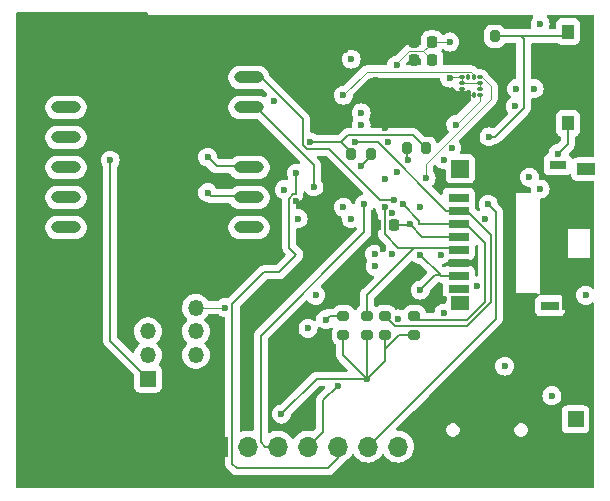
<source format=gbr>
%TF.GenerationSoftware,KiCad,Pcbnew,8.0.2*%
%TF.CreationDate,2025-04-11T11:57:09+07:00*%
%TF.ProjectId,wearable_device,77656172-6162-46c6-955f-646576696365,rev?*%
%TF.SameCoordinates,Original*%
%TF.FileFunction,Copper,L4,Bot*%
%TF.FilePolarity,Positive*%
%FSLAX46Y46*%
G04 Gerber Fmt 4.6, Leading zero omitted, Abs format (unit mm)*
G04 Created by KiCad (PCBNEW 8.0.2) date 2025-04-11 11:57:09*
%MOMM*%
%LPD*%
G01*
G04 APERTURE LIST*
G04 Aperture macros list*
%AMRoundRect*
0 Rectangle with rounded corners*
0 $1 Rounding radius*
0 $2 $3 $4 $5 $6 $7 $8 $9 X,Y pos of 4 corners*
0 Add a 4 corners polygon primitive as box body*
4,1,4,$2,$3,$4,$5,$6,$7,$8,$9,$2,$3,0*
0 Add four circle primitives for the rounded corners*
1,1,$1+$1,$2,$3*
1,1,$1+$1,$4,$5*
1,1,$1+$1,$6,$7*
1,1,$1+$1,$8,$9*
0 Add four rect primitives between the rounded corners*
20,1,$1+$1,$2,$3,$4,$5,0*
20,1,$1+$1,$4,$5,$6,$7,0*
20,1,$1+$1,$6,$7,$8,$9,0*
20,1,$1+$1,$8,$9,$2,$3,0*%
G04 Aperture macros list end*
%TA.AperFunction,ComponentPad*%
%ADD10R,1.350000X1.350000*%
%TD*%
%TA.AperFunction,ComponentPad*%
%ADD11R,1.700000X1.700000*%
%TD*%
%TA.AperFunction,ComponentPad*%
%ADD12O,1.700000X1.700000*%
%TD*%
%TA.AperFunction,ComponentPad*%
%ADD13O,1.000000X2.100000*%
%TD*%
%TA.AperFunction,ComponentPad*%
%ADD14O,1.000000X1.800000*%
%TD*%
%TA.AperFunction,ComponentPad*%
%ADD15O,1.350000X1.350000*%
%TD*%
%TA.AperFunction,SMDPad,CuDef*%
%ADD16RoundRect,0.225000X0.225000X0.250000X-0.225000X0.250000X-0.225000X-0.250000X0.225000X-0.250000X0*%
%TD*%
%TA.AperFunction,SMDPad,CuDef*%
%ADD17RoundRect,0.200000X0.275000X-0.200000X0.275000X0.200000X-0.275000X0.200000X-0.275000X-0.200000X0*%
%TD*%
%TA.AperFunction,SMDPad,CuDef*%
%ADD18R,1.750000X0.700000*%
%TD*%
%TA.AperFunction,SMDPad,CuDef*%
%ADD19R,1.000000X1.450000*%
%TD*%
%TA.AperFunction,SMDPad,CuDef*%
%ADD20R,1.550000X1.000000*%
%TD*%
%TA.AperFunction,SMDPad,CuDef*%
%ADD21R,1.500000X0.800000*%
%TD*%
%TA.AperFunction,SMDPad,CuDef*%
%ADD22R,1.500000X1.300000*%
%TD*%
%TA.AperFunction,SMDPad,CuDef*%
%ADD23R,1.500000X1.500000*%
%TD*%
%TA.AperFunction,SMDPad,CuDef*%
%ADD24R,1.400000X0.800000*%
%TD*%
%TA.AperFunction,SMDPad,CuDef*%
%ADD25O,2.500000X1.000000*%
%TD*%
%TA.AperFunction,SMDPad,CuDef*%
%ADD26R,1.000000X1.250000*%
%TD*%
%TA.AperFunction,SMDPad,CuDef*%
%ADD27RoundRect,0.200000X0.200000X0.275000X-0.200000X0.275000X-0.200000X-0.275000X0.200000X-0.275000X0*%
%TD*%
%TA.AperFunction,SMDPad,CuDef*%
%ADD28RoundRect,0.052500X0.172500X0.122500X-0.172500X0.122500X-0.172500X-0.122500X0.172500X-0.122500X0*%
%TD*%
%TA.AperFunction,SMDPad,CuDef*%
%ADD29RoundRect,0.052500X0.122500X0.172500X-0.122500X0.172500X-0.122500X-0.172500X0.122500X-0.172500X0*%
%TD*%
%TA.AperFunction,SMDPad,CuDef*%
%ADD30RoundRect,0.200000X-0.200000X-0.275000X0.200000X-0.275000X0.200000X0.275000X-0.200000X0.275000X0*%
%TD*%
%TA.AperFunction,ViaPad*%
%ADD31C,0.600000*%
%TD*%
%TA.AperFunction,Conductor*%
%ADD32C,0.200000*%
%TD*%
%TA.AperFunction,Conductor*%
%ADD33C,0.100000*%
%TD*%
G04 APERTURE END LIST*
D10*
%TO.P,J6,1,Pin_1*%
%TO.N,GND*%
X225150000Y-95450000D03*
%TD*%
D11*
%TO.P,J5,1,Pin_1*%
%TO.N,GND*%
X194875000Y-94250000D03*
D12*
%TO.P,J5,2,Pin_2*%
%TO.N,+3.3V*%
X197415000Y-94250000D03*
%TO.P,J5,3,Pin_3*%
%TO.N,/SCLK_TFT*%
X199955000Y-94250000D03*
%TO.P,J5,4,Pin_4*%
%TO.N,/MOSI_TFT*%
X202495000Y-94250000D03*
%TO.P,J5,5,Pin_5*%
%TO.N,/RES_TFT*%
X205035000Y-94250000D03*
%TO.P,J5,6,Pin_6*%
%TO.N,/DC_TFT*%
X207575000Y-94250000D03*
%TO.P,J5,7,Pin_7*%
%TO.N,/BLK_TFT*%
X210115000Y-94250000D03*
%TD*%
D13*
%TO.P,P1,S1,SHIELD*%
%TO.N,GND*%
X213330000Y-92345000D03*
D14*
X213330000Y-96525000D03*
D13*
X221970000Y-92345000D03*
D14*
X221970000Y-96525000D03*
%TD*%
D10*
%TO.P,J3,1,Pin_1*%
%TO.N,GND*%
X193000000Y-88500000D03*
D15*
%TO.P,J3,2,Pin_2*%
%TO.N,Net-(J3-Pin_2)*%
X193000000Y-86500000D03*
%TO.P,J3,3,Pin_3*%
%TO.N,Net-(J3-Pin_3)*%
X193000000Y-84500000D03*
%TO.P,J3,4,Pin_4*%
%TO.N,/INT_MAX*%
X193000000Y-82500000D03*
%TD*%
D10*
%TO.P,J4,1,Pin_1*%
%TO.N,+3.3V*%
X188950000Y-88500000D03*
D15*
%TO.P,J4,2,Pin_2*%
%TO.N,/I2C_SDA*%
X188950000Y-86500000D03*
%TO.P,J4,3,Pin_3*%
%TO.N,/I2C_SCL*%
X188950000Y-84500000D03*
%TO.P,J4,4,Pin_4*%
%TO.N,GND*%
X188950000Y-82500000D03*
%TD*%
D10*
%TO.P,J2,1,Pin_1*%
%TO.N,/VTP4*%
X225150000Y-91950000D03*
%TD*%
D16*
%TO.P,C16,1*%
%TO.N,+3.3V*%
X213000000Y-60000000D03*
%TO.P,C16,2*%
%TO.N,GND*%
X211450000Y-60000000D03*
%TD*%
D17*
%TO.P,R12,1*%
%TO.N,+3.3V*%
X205500000Y-84825000D03*
%TO.P,R12,2*%
%TO.N,/MISO_SPI2*%
X205500000Y-83175000D03*
%TD*%
%TO.P,R11,1*%
%TO.N,+3.3V*%
X211500000Y-84825000D03*
%TO.P,R11,2*%
%TO.N,/MOSI_SPI2*%
X211500000Y-83175000D03*
%TD*%
D18*
%TO.P,J1,1,DAT2*%
%TO.N,unconnected-(J1-DAT2-Pad1)*%
X215275000Y-73175000D03*
%TO.P,J1,2,DAT3/CD*%
%TO.N,/CS_SPI2*%
X215275000Y-74275000D03*
%TO.P,J1,3,CMD*%
%TO.N,/MOSI_SPI2*%
X215275000Y-75375000D03*
%TO.P,J1,4,VDD*%
%TO.N,+3.3V*%
X215275000Y-76475000D03*
%TO.P,J1,5,CLK*%
%TO.N,/CLK_SPI2*%
X215275000Y-77575000D03*
%TO.P,J1,6,VSS*%
%TO.N,GND*%
X215275000Y-78675000D03*
%TO.P,J1,7,DAT0*%
%TO.N,/MISO_SPI2*%
X215275000Y-79775000D03*
%TO.P,J1,8,DAT1*%
%TO.N,unconnected-(J1-DAT1-Pad8)*%
X215275000Y-80875000D03*
D19*
%TO.P,J1,9,SHIELD*%
%TO.N,GND*%
X224500000Y-82000000D03*
D20*
%TO.P,J1,10*%
%TO.N,N/C*%
X226075000Y-70775000D03*
D21*
%TO.P,J1,11*%
X223000000Y-82325000D03*
D22*
X215400000Y-82075000D03*
D23*
X215400000Y-70725000D03*
D24*
X223650000Y-70375000D03*
%TD*%
D25*
%TO.P,U2,1,RXD1*%
%TO.N,/RXD1*%
X197500000Y-63000000D03*
%TO.P,U2,2,TXD1*%
%TO.N,/TXD1*%
X197500000Y-65540000D03*
%TO.P,U2,3,GND*%
%TO.N,GND*%
X197500000Y-68080000D03*
%TO.P,U2,4,VCC*%
%TO.N,+3.3V*%
X197500000Y-70620000D03*
%TO.P,U2,5,V_BCKP*%
X197500000Y-73160000D03*
%TO.P,U2,6,1PPS*%
%TO.N,unconnected-(U2-1PPS-Pad6)*%
X197500000Y-75700000D03*
%TO.P,U2,7,RESERVED*%
%TO.N,unconnected-(U2-RESERVED-Pad11)*%
X182000000Y-75700000D03*
%TO.P,U2,8,RESERVED*%
%TO.N,unconnected-(U2-RESERVED-Pad11)_0*%
X182000000Y-73160000D03*
%TO.P,U2,9*%
%TO.N,N/C*%
X182000000Y-70620000D03*
%TO.P,U2,10,RESET*%
%TO.N,unconnected-(U2-RESET-Pad10)*%
X182000000Y-68080000D03*
%TO.P,U2,11,RESERVED*%
%TO.N,unconnected-(U2-RESERVED-Pad11)_1*%
X182000000Y-65540000D03*
%TO.P,U2,12,GND*%
%TO.N,GND*%
X182000000Y-63000000D03*
%TD*%
D26*
%TO.P,SW1,1,1*%
%TO.N,+3.3V*%
X224500000Y-66875000D03*
%TO.P,SW1,2,2*%
%TO.N,/BTN_CONTROL*%
X224500000Y-59125000D03*
%TD*%
D27*
%TO.P,R9,1*%
%TO.N,+3.3V*%
X212500000Y-69000000D03*
%TO.P,R9,2*%
%TO.N,/I2C_SDA*%
X210850000Y-69000000D03*
%TD*%
D16*
%TO.P,C15,1*%
%TO.N,+3.3V*%
X213000000Y-61500000D03*
%TO.P,C15,2*%
%TO.N,GND*%
X211450000Y-61500000D03*
%TD*%
%TO.P,C17,1*%
%TO.N,+3.3V*%
X209775000Y-75500000D03*
%TO.P,C17,2*%
%TO.N,GND*%
X208225000Y-75500000D03*
%TD*%
D27*
%TO.P,R16,1*%
%TO.N,/BTN_CONTROL*%
X218325000Y-59500000D03*
%TO.P,R16,2*%
%TO.N,GND*%
X216675000Y-59500000D03*
%TD*%
D17*
%TO.P,R1,1*%
%TO.N,+3.3V*%
X209000000Y-84825000D03*
%TO.P,R1,2*%
%TO.N,/CS_SPI2*%
X209000000Y-83175000D03*
%TD*%
%TO.P,R10,1*%
%TO.N,+3.3V*%
X207500000Y-84825000D03*
%TO.P,R10,2*%
%TO.N,/CLK_SPI2*%
X207500000Y-83175000D03*
%TD*%
D28*
%TO.P,U5,1,SCL/SPC*%
%TO.N,/I2C_SCL*%
X217030000Y-63000000D03*
%TO.P,U5,2,CS*%
%TO.N,+3.3V*%
X217030000Y-63500000D03*
%TO.P,U5,3,SDO/SAO*%
X217030000Y-64000000D03*
%TO.P,U5,4,SDA/SDI/SDO*%
%TO.N,/I2C_SDA*%
X217030000Y-64500000D03*
D29*
%TO.P,U5,5,RES*%
%TO.N,GND*%
X216530000Y-64515000D03*
%TO.P,U5,6,GND*%
X216015000Y-64515000D03*
D28*
%TO.P,U5,7,GND*%
X215500000Y-64500000D03*
%TO.P,U5,8,GND*%
X215500000Y-64000000D03*
%TO.P,U5,9,VDD*%
%TO.N,+3.3V*%
X215500000Y-63500000D03*
%TO.P,U5,10,VDD_IO*%
X215500000Y-63000000D03*
D29*
%TO.P,U5,11,INT2*%
%TO.N,unconnected-(U5-INT2-Pad11)*%
X216015000Y-62985000D03*
%TO.P,U5,12,INT1*%
%TO.N,/IRQ_ACC*%
X216515000Y-62985000D03*
%TD*%
D30*
%TO.P,R8,1*%
%TO.N,+3.3V*%
X206175000Y-69500000D03*
%TO.P,R8,2*%
%TO.N,/I2C_SCL*%
X207825000Y-69500000D03*
%TD*%
D31*
%TO.N,GND*%
X197000000Y-92250000D03*
X209000000Y-64000000D03*
X209000000Y-67250000D03*
X221500000Y-94000000D03*
X210750000Y-64750000D03*
X214000000Y-81750000D03*
X195250000Y-68250000D03*
X221000000Y-91000000D03*
X214000000Y-66250000D03*
X198750000Y-81500000D03*
X226000000Y-89750000D03*
X214250000Y-93750000D03*
X201500000Y-73500000D03*
X210000000Y-59250000D03*
X194250000Y-88500000D03*
X212500000Y-64750000D03*
X203250000Y-60500000D03*
X208250000Y-59250000D03*
X202500000Y-77100000D03*
X223000000Y-86250000D03*
X208250000Y-63250000D03*
X205500000Y-59500000D03*
X207500000Y-59250000D03*
X208842822Y-77550000D03*
X194500000Y-96750000D03*
X184000000Y-63000000D03*
X190250000Y-74250000D03*
X212500000Y-66500000D03*
X215500000Y-59250000D03*
X224000000Y-79500000D03*
X209250000Y-59250000D03*
X214250000Y-96250000D03*
X195250000Y-92750000D03*
X205618507Y-60650000D03*
X192000000Y-66000000D03*
X188950000Y-80500000D03*
X215500000Y-65250000D03*
X210000000Y-81750000D03*
X214803388Y-78645734D03*
X210750000Y-66250000D03*
X193500000Y-74250000D03*
X187250000Y-74250000D03*
X226500000Y-66750000D03*
X208750000Y-65500000D03*
X214000000Y-67250000D03*
X220750000Y-96500000D03*
%TO.N,/RXD1*%
X209784456Y-73392228D03*
%TO.N,/TXD1*%
X203000000Y-72250000D03*
X209000000Y-71600000D03*
%TO.N,/INT_MAX*%
X207000000Y-66000000D03*
X195500000Y-82500000D03*
%TO.N,/SCLK_TFT*%
X207250000Y-73750000D03*
%TO.N,/BTN_CONTROL*%
X217824266Y-68024263D03*
%TO.N,/RES_TFT*%
X201500000Y-71100002D03*
%TO.N,/BLK_TFT*%
X202500000Y-84250000D03*
X200500000Y-72500000D03*
%TO.N,/MOSI_TFT*%
X205500000Y-74000000D03*
X205000000Y-89100000D03*
%TO.N,/DC_TFT*%
X217750000Y-73750000D03*
X209273527Y-68500000D03*
%TO.N,/I2C_SDA*%
X211000000Y-70000000D03*
X210000000Y-71000000D03*
X215000000Y-67000000D03*
%TO.N,+3.3V*%
X222150000Y-72450000D03*
X222150000Y-58450000D03*
X214500000Y-63060000D03*
X210000000Y-61960000D03*
X208150000Y-77950000D03*
X211150000Y-75450000D03*
X194000000Y-69750000D03*
X185750000Y-70000000D03*
X214500000Y-60000000D03*
X206150000Y-74950000D03*
X202650000Y-68450000D03*
X200250000Y-91500000D03*
X223650000Y-69450000D03*
X206150000Y-61450000D03*
X207500000Y-88500000D03*
X194000000Y-72750000D03*
%TO.N,/I2C_SCL*%
X207000000Y-70500000D03*
X212500000Y-71500000D03*
%TO.N,/SG_CHRG*%
X213750000Y-78000000D03*
X217500000Y-74950000D03*
X214650000Y-68950000D03*
%TO.N,/SG_STDBY*%
X214000000Y-69950000D03*
X209650000Y-77950000D03*
X209650000Y-74450000D03*
%TO.N,/STDBY*%
X210150000Y-83450000D03*
X214000000Y-82950000D03*
%TO.N,Net-(U1-RXD0)*%
X220050000Y-65450000D03*
X220150000Y-63950000D03*
%TO.N,/POWER_5V*%
X226000000Y-81450000D03*
X219150000Y-87450000D03*
%TO.N,/VTP4*%
X223150000Y-89950000D03*
X216790000Y-80660000D03*
%TO.N,/IRQ_ACC*%
X205500000Y-64500000D03*
%TO.N,/DTR*%
X208200000Y-79000000D03*
X199650000Y-65000000D03*
X221250000Y-71450000D03*
%TO.N,/RTS*%
X221650000Y-63950000D03*
X203150000Y-81450000D03*
X201650000Y-74950000D03*
%TO.N,/CS_SPI2*%
X206500000Y-68500000D03*
%TO.N,/CLK_SPI2*%
X209000000Y-73975000D03*
%TO.N,/MOSI_SPI2*%
X210500000Y-73750000D03*
X207000000Y-67000000D03*
%TO.N,/MISO_SPI2*%
X211998441Y-73986459D03*
X212000000Y-78000000D03*
X204000000Y-83500000D03*
X212000000Y-81000000D03*
%TD*%
D32*
%TO.N,GND*%
X208225000Y-75500000D02*
X208225000Y-76932178D01*
X214832654Y-78675000D02*
X214803388Y-78645734D01*
D33*
X188950000Y-80500000D02*
X188950000Y-82500000D01*
D32*
X215275000Y-78675000D02*
X214832654Y-78675000D01*
X208225000Y-76932178D02*
X208842822Y-77550000D01*
X215500000Y-64000000D02*
X215500000Y-64500000D01*
D33*
X216530000Y-64515000D02*
X216015000Y-64515000D01*
D32*
%TO.N,/RXD1*%
X202050000Y-68698529D02*
X202401471Y-69050000D01*
X202401471Y-69050000D02*
X204300000Y-69050000D01*
X209767228Y-73375000D02*
X209784456Y-73392228D01*
X198000000Y-62900000D02*
X198450000Y-62900000D01*
X204300000Y-69050000D02*
X208625000Y-73375000D01*
X198450000Y-62900000D02*
X202050000Y-66500000D01*
X202050000Y-66500000D02*
X202050000Y-68698529D01*
X208625000Y-73375000D02*
X209767228Y-73375000D01*
%TO.N,/TXD1*%
X203000000Y-70440000D02*
X203000000Y-72250000D01*
X198000000Y-65440000D02*
X203000000Y-70440000D01*
D33*
%TO.N,/INT_MAX*%
X193000000Y-82500000D02*
X195500000Y-82500000D01*
D32*
%TO.N,/SCLK_TFT*%
X198500000Y-93874264D02*
X198500000Y-84850000D01*
X198500000Y-84850000D02*
X207250000Y-76100000D01*
X207250000Y-76100000D02*
X207250000Y-73750000D01*
X198875736Y-94250000D02*
X198500000Y-93874264D01*
X199955000Y-94250000D02*
X198875736Y-94250000D01*
%TO.N,/BTN_CONTROL*%
X218325000Y-59500000D02*
X220500000Y-59500000D01*
X220500000Y-59500000D02*
X224125000Y-59500000D01*
X218324266Y-68024263D02*
X217824266Y-68024263D01*
X220750000Y-59750000D02*
X220750000Y-65598529D01*
X224125000Y-59500000D02*
X224500000Y-59125000D01*
X220500000Y-59500000D02*
X220750000Y-59750000D01*
X220750000Y-65598529D02*
X218324266Y-68024263D01*
%TO.N,/RES_TFT*%
X198750000Y-79500000D02*
X196100000Y-82150000D01*
X201500000Y-71100002D02*
X201500000Y-72900000D01*
X200900000Y-73251471D02*
X200900000Y-77400000D01*
X196501471Y-96100000D02*
X204150000Y-96100000D01*
X196100000Y-95698529D02*
X196501471Y-96100000D01*
X205035000Y-95215000D02*
X205035000Y-94250000D01*
X201251471Y-72900000D02*
X200900000Y-73251471D01*
X200900000Y-77400000D02*
X201500000Y-78000000D01*
X201500000Y-78000000D02*
X200000000Y-79500000D01*
X200000000Y-79500000D02*
X198750000Y-79500000D01*
X201500000Y-72900000D02*
X201251471Y-72900000D01*
X204150000Y-96100000D02*
X205035000Y-95215000D01*
X196100000Y-82150000D02*
X196100000Y-95698529D01*
%TO.N,/MOSI_TFT*%
X203750000Y-92995000D02*
X203750000Y-90350000D01*
X203750000Y-90350000D02*
X205000000Y-89100000D01*
X202495000Y-94250000D02*
X203750000Y-92995000D01*
%TO.N,/DC_TFT*%
X207575000Y-94250000D02*
X218400000Y-83425000D01*
X218400000Y-83425000D02*
X218400000Y-74400000D01*
X207300000Y-94250000D02*
X207575000Y-94250000D01*
X218400000Y-74400000D02*
X217750000Y-73750000D01*
X207000000Y-93950000D02*
X207300000Y-94250000D01*
%TO.N,/I2C_SDA*%
X210850000Y-69000000D02*
X210850000Y-69850000D01*
X210850000Y-69850000D02*
X211000000Y-70000000D01*
D33*
X217030000Y-64500000D02*
X217030000Y-64970000D01*
X217030000Y-64970000D02*
X215000000Y-67000000D01*
D32*
%TO.N,+3.3V*%
X204450000Y-88500000D02*
X203250000Y-88500000D01*
D33*
X210000000Y-61797014D02*
X211022014Y-60775000D01*
X214560000Y-63000000D02*
X214500000Y-63060000D01*
D32*
X215275000Y-76475000D02*
X212175000Y-76475000D01*
X211400000Y-67900000D02*
X205850000Y-67900000D01*
X212500000Y-69000000D02*
X211400000Y-67900000D01*
D33*
X210000000Y-61960000D02*
X210000000Y-61797014D01*
D32*
X209775000Y-75500000D02*
X211100000Y-75500000D01*
X194310000Y-73060000D02*
X194000000Y-72750000D01*
X204450000Y-88500000D02*
X207500000Y-88500000D01*
X206175000Y-69325000D02*
X205300000Y-68450000D01*
X207500000Y-88500000D02*
X207500000Y-84825000D01*
X209000000Y-86000000D02*
X209000000Y-84825000D01*
X211100000Y-75500000D02*
X211150000Y-75450000D01*
X206175000Y-69500000D02*
X206175000Y-69325000D01*
X209000000Y-87000000D02*
X209000000Y-86000000D01*
X212175000Y-76475000D02*
X211150000Y-75450000D01*
X207500000Y-88500000D02*
X209000000Y-87000000D01*
D33*
X212750000Y-60250000D02*
X212750000Y-60300000D01*
D32*
X205300000Y-68450000D02*
X202650000Y-68450000D01*
X224500000Y-66875000D02*
X224500000Y-68600000D01*
D33*
X215500000Y-63500000D02*
X217030000Y-63500000D01*
D32*
X205500000Y-86500000D02*
X205500000Y-84825000D01*
D33*
X215500000Y-63500000D02*
X215275744Y-63500000D01*
X212275000Y-60775000D02*
X213000000Y-61500000D01*
X215500000Y-63000000D02*
X214560000Y-63000000D01*
X214500000Y-60000000D02*
X213000000Y-60000000D01*
X212750000Y-60300000D02*
X212275000Y-60775000D01*
D32*
X211500000Y-84825000D02*
X210175000Y-84825000D01*
D33*
X213000000Y-60000000D02*
X212750000Y-60250000D01*
X211022014Y-60775000D02*
X212275000Y-60775000D01*
D32*
X185750000Y-85300000D02*
X185750000Y-70000000D01*
X210175000Y-84825000D02*
X209000000Y-86000000D01*
X194770000Y-70520000D02*
X194000000Y-69750000D01*
X207500000Y-88500000D02*
X205500000Y-86500000D01*
X198000000Y-73060000D02*
X194310000Y-73060000D01*
D33*
X217030000Y-63500000D02*
X217030000Y-64000000D01*
D32*
X203250000Y-88500000D02*
X200250000Y-91500000D01*
X198000000Y-70520000D02*
X194770000Y-70520000D01*
X188950000Y-88500000D02*
X185750000Y-85300000D01*
D33*
X215500000Y-63000000D02*
X215500000Y-63500000D01*
D32*
X205850000Y-67900000D02*
X205300000Y-68450000D01*
X224500000Y-68600000D02*
X223650000Y-69450000D01*
D33*
%TO.N,/I2C_SCL*%
X217254999Y-63000000D02*
X218000000Y-63745001D01*
X218000000Y-63745001D02*
X218000000Y-64822182D01*
X218000000Y-64822182D02*
X212500000Y-70322182D01*
X212500000Y-70322182D02*
X212500000Y-71500000D01*
D32*
X207825000Y-69675000D02*
X207000000Y-70500000D01*
X207825000Y-69500000D02*
X207825000Y-69675000D01*
D33*
X217030000Y-63000000D02*
X217254999Y-63000000D01*
%TO.N,/IRQ_ACC*%
X216264999Y-62510000D02*
X207490000Y-62510000D01*
X216515000Y-62760001D02*
X216264999Y-62510000D01*
X216515000Y-62985000D02*
X216515000Y-62760001D01*
X207490000Y-62510000D02*
X205500000Y-64500000D01*
D32*
%TO.N,/CS_SPI2*%
X209000000Y-83175000D02*
X209875000Y-84050000D01*
X209875000Y-84050000D02*
X215990686Y-84050000D01*
X215275000Y-74275000D02*
X214200000Y-74275000D01*
X218000000Y-82040686D02*
X218000000Y-76298529D01*
X208425000Y-68500000D02*
X206500000Y-68500000D01*
X218000000Y-76298529D02*
X215976471Y-74275000D01*
X215990686Y-84050000D02*
X218000000Y-82040686D01*
X215976471Y-74275000D02*
X215275000Y-74275000D01*
X214200000Y-74275000D02*
X208425000Y-68500000D01*
%TO.N,/CLK_SPI2*%
X207500000Y-83175000D02*
X207500000Y-81400000D01*
X211500000Y-77400000D02*
X210150000Y-77400000D01*
X215275000Y-77575000D02*
X215100000Y-77400000D01*
X207500000Y-81400000D02*
X211500000Y-77400000D01*
X215100000Y-77400000D02*
X211500000Y-77400000D01*
X209000000Y-76250000D02*
X209000000Y-73975000D01*
X210150000Y-77400000D02*
X209000000Y-76250000D01*
%TO.N,/MOSI_SPI2*%
X215275000Y-75375000D02*
X211923529Y-75375000D01*
X217500000Y-77000000D02*
X215875000Y-75375000D01*
X215925000Y-83550000D02*
X217500000Y-81975000D01*
X211923529Y-75173529D02*
X211923529Y-75375000D01*
X211500000Y-83175000D02*
X211875000Y-83550000D01*
X217500000Y-81975000D02*
X217500000Y-77000000D01*
X211875000Y-83550000D02*
X215925000Y-83550000D01*
X215875000Y-75375000D02*
X215275000Y-75375000D01*
X210500000Y-73750000D02*
X211923529Y-75173529D01*
%TO.N,/MISO_SPI2*%
X213775000Y-79775000D02*
X213750000Y-79750000D01*
X212000000Y-81000000D02*
X213250000Y-79750000D01*
X213250000Y-79750000D02*
X213750000Y-79750000D01*
X205500000Y-83175000D02*
X204325000Y-83175000D01*
X215275000Y-79775000D02*
X213775000Y-79775000D01*
X204325000Y-83175000D02*
X204000000Y-83500000D01*
X213750000Y-79750000D02*
X212000000Y-78000000D01*
%TD*%
%TA.AperFunction,Conductor*%
%TO.N,GND*%
G36*
X208158462Y-74046633D02*
G01*
X208203135Y-74100355D01*
X208212538Y-74135679D01*
X208214631Y-74154251D01*
X208214631Y-74154254D01*
X208274211Y-74324523D01*
X208370185Y-74477263D01*
X208372445Y-74480097D01*
X208373334Y-74482275D01*
X208373889Y-74483158D01*
X208373734Y-74483255D01*
X208398855Y-74544783D01*
X208399500Y-74557412D01*
X208399500Y-76163330D01*
X208399499Y-76163348D01*
X208399499Y-76329054D01*
X208399498Y-76329054D01*
X208440423Y-76481785D01*
X208468440Y-76530310D01*
X208468441Y-76530314D01*
X208468442Y-76530314D01*
X208519479Y-76618714D01*
X208519481Y-76618717D01*
X208638349Y-76737585D01*
X208638355Y-76737590D01*
X209096662Y-77195897D01*
X209130147Y-77257220D01*
X209125163Y-77326912D01*
X209096663Y-77371259D01*
X209020183Y-77447739D01*
X209004994Y-77471913D01*
X208952659Y-77518204D01*
X208883605Y-77528852D01*
X208819757Y-77500477D01*
X208795006Y-77471913D01*
X208779816Y-77447738D01*
X208652262Y-77320184D01*
X208607301Y-77291933D01*
X208499523Y-77224211D01*
X208329254Y-77164631D01*
X208329249Y-77164630D01*
X208150004Y-77144435D01*
X208149996Y-77144435D01*
X207970750Y-77164630D01*
X207970745Y-77164631D01*
X207800476Y-77224211D01*
X207647737Y-77320184D01*
X207520184Y-77447737D01*
X207424211Y-77600476D01*
X207364631Y-77770745D01*
X207364630Y-77770750D01*
X207344435Y-77949996D01*
X207344435Y-77950003D01*
X207364630Y-78129249D01*
X207364631Y-78129254D01*
X207400509Y-78231785D01*
X207424211Y-78299522D01*
X207518018Y-78448815D01*
X207537018Y-78516050D01*
X207518018Y-78580757D01*
X207474213Y-78650472D01*
X207474209Y-78650481D01*
X207414633Y-78820737D01*
X207414630Y-78820750D01*
X207394435Y-78999996D01*
X207394435Y-79000003D01*
X207414630Y-79179249D01*
X207414631Y-79179254D01*
X207474211Y-79349523D01*
X207513668Y-79412318D01*
X207570184Y-79502262D01*
X207697738Y-79629816D01*
X207850478Y-79725789D01*
X208015709Y-79783605D01*
X208072484Y-79824327D01*
X208098232Y-79889279D01*
X208084776Y-79957841D01*
X208062435Y-79988328D01*
X207131286Y-80919478D01*
X207019481Y-81031282D01*
X207019475Y-81031290D01*
X206979531Y-81100477D01*
X206979531Y-81100478D01*
X206940423Y-81168215D01*
X206899499Y-81320943D01*
X206899499Y-81320945D01*
X206899499Y-81489046D01*
X206899500Y-81489059D01*
X206899500Y-82283284D01*
X206879815Y-82350323D01*
X206839652Y-82389400D01*
X206789811Y-82419530D01*
X206669531Y-82539810D01*
X206669528Y-82539814D01*
X206606116Y-82644710D01*
X206554588Y-82691897D01*
X206485729Y-82703735D01*
X206421400Y-82676466D01*
X206393884Y-82644710D01*
X206359972Y-82588615D01*
X206330472Y-82539815D01*
X206330471Y-82539814D01*
X206330468Y-82539810D01*
X206210188Y-82419530D01*
X206149856Y-82383058D01*
X206064606Y-82331522D01*
X205902196Y-82280914D01*
X205902194Y-82280913D01*
X205902192Y-82280913D01*
X205852778Y-82276423D01*
X205831616Y-82274500D01*
X205168384Y-82274500D01*
X205149145Y-82276248D01*
X205097807Y-82280913D01*
X204935393Y-82331522D01*
X204789811Y-82419530D01*
X204789810Y-82419531D01*
X204671161Y-82538181D01*
X204609838Y-82571666D01*
X204583480Y-82574500D01*
X204245940Y-82574500D01*
X204205019Y-82585464D01*
X204205019Y-82585465D01*
X204149117Y-82600444D01*
X204093215Y-82615423D01*
X203968186Y-82687608D01*
X203920071Y-82703440D01*
X203820750Y-82714630D01*
X203650478Y-82774210D01*
X203497737Y-82870184D01*
X203370184Y-82997737D01*
X203274211Y-83150476D01*
X203214631Y-83320745D01*
X203214630Y-83320750D01*
X203198032Y-83468074D01*
X203194435Y-83500000D01*
X203194821Y-83503423D01*
X203194435Y-83505626D01*
X203194435Y-83506964D01*
X203194201Y-83506964D01*
X203182765Y-83572245D01*
X203135415Y-83623624D01*
X203067804Y-83641247D01*
X203005628Y-83622299D01*
X202849523Y-83524211D01*
X202679254Y-83464631D01*
X202679249Y-83464630D01*
X202500004Y-83444435D01*
X202499996Y-83444435D01*
X202320750Y-83464630D01*
X202320745Y-83464631D01*
X202150476Y-83524211D01*
X201997737Y-83620184D01*
X201870184Y-83747737D01*
X201774211Y-83900476D01*
X201714631Y-84070745D01*
X201714630Y-84070750D01*
X201694435Y-84249996D01*
X201694435Y-84250003D01*
X201714630Y-84429249D01*
X201714631Y-84429254D01*
X201774211Y-84599523D01*
X201847976Y-84716918D01*
X201870184Y-84752262D01*
X201997738Y-84879816D01*
X202150478Y-84975789D01*
X202219392Y-84999903D01*
X202320745Y-85035368D01*
X202320750Y-85035369D01*
X202499996Y-85055565D01*
X202500000Y-85055565D01*
X202500004Y-85055565D01*
X202679249Y-85035369D01*
X202679252Y-85035368D01*
X202679255Y-85035368D01*
X202849522Y-84975789D01*
X203002262Y-84879816D01*
X203129816Y-84752262D01*
X203225789Y-84599522D01*
X203285368Y-84429255D01*
X203285369Y-84429249D01*
X203305565Y-84250003D01*
X203305565Y-84250000D01*
X203305180Y-84246586D01*
X203305565Y-84244387D01*
X203305565Y-84243036D01*
X203305802Y-84243036D01*
X203317230Y-84177764D01*
X203364575Y-84126381D01*
X203432184Y-84108752D01*
X203494371Y-84127700D01*
X203497737Y-84129815D01*
X203497738Y-84129816D01*
X203650478Y-84225789D01*
X203814198Y-84283077D01*
X203820745Y-84285368D01*
X203820750Y-84285369D01*
X203999996Y-84305565D01*
X204000000Y-84305565D01*
X204000004Y-84305565D01*
X204179249Y-84285369D01*
X204179252Y-84285368D01*
X204179255Y-84285368D01*
X204349522Y-84225789D01*
X204396257Y-84196422D01*
X204463490Y-84177423D01*
X204530326Y-84197789D01*
X204575541Y-84251057D01*
X204584780Y-84320313D01*
X204580614Y-84338306D01*
X204555559Y-84418713D01*
X204530914Y-84497804D01*
X204524500Y-84568384D01*
X204524500Y-85081616D01*
X204526056Y-85098735D01*
X204530913Y-85152192D01*
X204530913Y-85152194D01*
X204530914Y-85152196D01*
X204581522Y-85314606D01*
X204606116Y-85355290D01*
X204669530Y-85460188D01*
X204789811Y-85580469D01*
X204789813Y-85580470D01*
X204789815Y-85580472D01*
X204839650Y-85610598D01*
X204886838Y-85662126D01*
X204899500Y-85716715D01*
X204899500Y-86413330D01*
X204899499Y-86413348D01*
X204899499Y-86579054D01*
X204899498Y-86579054D01*
X204922429Y-86664631D01*
X204940423Y-86731785D01*
X204961457Y-86768216D01*
X204994364Y-86825213D01*
X205019479Y-86868715D01*
X205138349Y-86987585D01*
X205138355Y-86987590D01*
X205838584Y-87687819D01*
X205872069Y-87749142D01*
X205867085Y-87818834D01*
X205825213Y-87874767D01*
X205759749Y-87899184D01*
X205750903Y-87899500D01*
X203336670Y-87899500D01*
X203336654Y-87899499D01*
X203329058Y-87899499D01*
X203170943Y-87899499D01*
X203094579Y-87919961D01*
X203018214Y-87940423D01*
X203018209Y-87940426D01*
X202881290Y-88019475D01*
X202881282Y-88019481D01*
X200231465Y-90669298D01*
X200170142Y-90702783D01*
X200157668Y-90704837D01*
X200070750Y-90714630D01*
X199900478Y-90774210D01*
X199747737Y-90870184D01*
X199620184Y-90997737D01*
X199524211Y-91150476D01*
X199464631Y-91320745D01*
X199464630Y-91320750D01*
X199444435Y-91499996D01*
X199444435Y-91500003D01*
X199464630Y-91679249D01*
X199464631Y-91679254D01*
X199524211Y-91849523D01*
X199620184Y-92002262D01*
X199747738Y-92129816D01*
X199900478Y-92225789D01*
X200025397Y-92269500D01*
X200070745Y-92285368D01*
X200070750Y-92285369D01*
X200249996Y-92305565D01*
X200250000Y-92305565D01*
X200250004Y-92305565D01*
X200429249Y-92285369D01*
X200429252Y-92285368D01*
X200429255Y-92285368D01*
X200599522Y-92225789D01*
X200752262Y-92129816D01*
X200879816Y-92002262D01*
X200975789Y-91849522D01*
X201035368Y-91679255D01*
X201045161Y-91592329D01*
X201072226Y-91527918D01*
X201080690Y-91518543D01*
X203462417Y-89136819D01*
X203523740Y-89103334D01*
X203550098Y-89100500D01*
X203850903Y-89100500D01*
X203917942Y-89120185D01*
X203963697Y-89172989D01*
X203973641Y-89242147D01*
X203944616Y-89305703D01*
X203938587Y-89312177D01*
X203650288Y-89600476D01*
X203381286Y-89869478D01*
X203269481Y-89981282D01*
X203269479Y-89981285D01*
X203219361Y-90068094D01*
X203219359Y-90068096D01*
X203190425Y-90118209D01*
X203190424Y-90118210D01*
X203190423Y-90118215D01*
X203149499Y-90270943D01*
X203149499Y-90270945D01*
X203149499Y-90439046D01*
X203149500Y-90439059D01*
X203149500Y-92694902D01*
X203129815Y-92761941D01*
X203113181Y-92782584D01*
X202978530Y-92917234D01*
X202917207Y-92950718D01*
X202858756Y-92949327D01*
X202730413Y-92914938D01*
X202730403Y-92914936D01*
X202495001Y-92894341D01*
X202494999Y-92894341D01*
X202259596Y-92914936D01*
X202259586Y-92914938D01*
X202031344Y-92976094D01*
X202031335Y-92976098D01*
X201817171Y-93075964D01*
X201817169Y-93075965D01*
X201623597Y-93211505D01*
X201456505Y-93378597D01*
X201326575Y-93564158D01*
X201271998Y-93607783D01*
X201202500Y-93614977D01*
X201140145Y-93583454D01*
X201123425Y-93564158D01*
X200993494Y-93378597D01*
X200826402Y-93211506D01*
X200826395Y-93211501D01*
X200632834Y-93075967D01*
X200632830Y-93075965D01*
X200493094Y-93010805D01*
X200418663Y-92976097D01*
X200418659Y-92976096D01*
X200418655Y-92976094D01*
X200190413Y-92914938D01*
X200190403Y-92914936D01*
X199955001Y-92894341D01*
X199954999Y-92894341D01*
X199719596Y-92914936D01*
X199719586Y-92914938D01*
X199491344Y-92976094D01*
X199491337Y-92976096D01*
X199491337Y-92976097D01*
X199477507Y-92982546D01*
X199276905Y-93076089D01*
X199207827Y-93086581D01*
X199144043Y-93058061D01*
X199105804Y-92999585D01*
X199100500Y-92963707D01*
X199100500Y-85150096D01*
X199120185Y-85083057D01*
X199136814Y-85062420D01*
X202304810Y-81894423D01*
X202366131Y-81860940D01*
X202435823Y-81865924D01*
X202491756Y-81907796D01*
X202497482Y-81916133D01*
X202520182Y-81952259D01*
X202520184Y-81952262D01*
X202647738Y-82079816D01*
X202730693Y-82131940D01*
X202782721Y-82164632D01*
X202800478Y-82175789D01*
X202938860Y-82224211D01*
X202970745Y-82235368D01*
X202970750Y-82235369D01*
X203149996Y-82255565D01*
X203150000Y-82255565D01*
X203150004Y-82255565D01*
X203329249Y-82235369D01*
X203329252Y-82235368D01*
X203329255Y-82235368D01*
X203499522Y-82175789D01*
X203652262Y-82079816D01*
X203779816Y-81952262D01*
X203875789Y-81799522D01*
X203935368Y-81629255D01*
X203935793Y-81625482D01*
X203955565Y-81450003D01*
X203955565Y-81449996D01*
X203935369Y-81270750D01*
X203935368Y-81270745D01*
X203899491Y-81168215D01*
X203875789Y-81100478D01*
X203779816Y-80947738D01*
X203652262Y-80820184D01*
X203652259Y-80820182D01*
X203616133Y-80797482D01*
X203569842Y-80745147D01*
X203559195Y-80676094D01*
X203587570Y-80612245D01*
X203594412Y-80604821D01*
X207730520Y-76468716D01*
X207809577Y-76331784D01*
X207850501Y-76179057D01*
X207850501Y-76020942D01*
X207850501Y-76013347D01*
X207850500Y-76013329D01*
X207850500Y-74332412D01*
X207870185Y-74265373D01*
X207877555Y-74255097D01*
X207879810Y-74252267D01*
X207879816Y-74252262D01*
X207975789Y-74099522D01*
X207975791Y-74099514D01*
X207977593Y-74095775D01*
X207979404Y-74093767D01*
X207979494Y-74093626D01*
X207979518Y-74093641D01*
X208024410Y-74043911D01*
X208091836Y-74025592D01*
X208158462Y-74046633D01*
G37*
%TD.AperFunction*%
%TA.AperFunction,Conductor*%
G36*
X204066942Y-69670185D02*
G01*
X204087584Y-69686819D01*
X207153486Y-72752722D01*
X207186971Y-72814045D01*
X207181987Y-72883737D01*
X207140115Y-72939670D01*
X207079694Y-72963623D01*
X207070747Y-72964631D01*
X207070745Y-72964631D01*
X206900476Y-73024211D01*
X206747737Y-73120184D01*
X206620184Y-73247737D01*
X206524211Y-73400476D01*
X206464631Y-73570745D01*
X206464630Y-73570749D01*
X206460256Y-73609577D01*
X206433189Y-73673991D01*
X206375594Y-73713546D01*
X206305757Y-73715683D01*
X206245851Y-73679725D01*
X206229841Y-73656155D01*
X206229494Y-73656374D01*
X206177021Y-73572864D01*
X206129816Y-73497738D01*
X206002262Y-73370184D01*
X205939150Y-73330528D01*
X205849523Y-73274211D01*
X205679254Y-73214631D01*
X205679249Y-73214630D01*
X205500004Y-73194435D01*
X205499996Y-73194435D01*
X205320750Y-73214630D01*
X205320745Y-73214631D01*
X205150476Y-73274211D01*
X204997737Y-73370184D01*
X204870184Y-73497737D01*
X204774211Y-73650476D01*
X204714631Y-73820745D01*
X204714630Y-73820750D01*
X204694435Y-73999996D01*
X204694435Y-74000003D01*
X204714630Y-74179249D01*
X204714631Y-74179254D01*
X204774211Y-74349523D01*
X204835924Y-74447738D01*
X204870184Y-74502262D01*
X204997738Y-74629816D01*
X205150478Y-74725789D01*
X205235444Y-74755520D01*
X205268044Y-74766927D01*
X205324820Y-74807649D01*
X205350568Y-74872601D01*
X205350310Y-74897852D01*
X205344435Y-74949996D01*
X205344435Y-74950003D01*
X205364630Y-75129249D01*
X205364631Y-75129254D01*
X205424211Y-75299523D01*
X205492473Y-75408160D01*
X205520184Y-75452262D01*
X205647738Y-75579816D01*
X205800478Y-75675789D01*
X205970739Y-75735366D01*
X205970745Y-75735368D01*
X205970750Y-75735369D01*
X206149996Y-75755565D01*
X206150000Y-75755565D01*
X206150004Y-75755565D01*
X206329249Y-75735369D01*
X206329251Y-75735368D01*
X206329255Y-75735368D01*
X206329258Y-75735366D01*
X206329262Y-75735366D01*
X206484545Y-75681030D01*
X206554324Y-75677468D01*
X206614951Y-75712196D01*
X206647179Y-75774190D01*
X206649500Y-75798071D01*
X206649500Y-75799902D01*
X206629815Y-75866941D01*
X206613181Y-75887583D01*
X198019481Y-84481282D01*
X198019479Y-84481284D01*
X198008675Y-84499999D01*
X197991054Y-84530520D01*
X197940423Y-84618215D01*
X197899499Y-84770943D01*
X197899499Y-84770945D01*
X197899499Y-84939046D01*
X197899500Y-84939059D01*
X197899500Y-92820080D01*
X197879815Y-92887119D01*
X197827011Y-92932874D01*
X197757853Y-92942818D01*
X197743408Y-92939855D01*
X197650416Y-92914939D01*
X197650412Y-92914938D01*
X197650408Y-92914937D01*
X197650406Y-92914936D01*
X197650403Y-92914936D01*
X197415001Y-92894341D01*
X197414999Y-92894341D01*
X197179596Y-92914936D01*
X197179586Y-92914938D01*
X196951344Y-92976094D01*
X196951330Y-92976099D01*
X196876904Y-93010805D01*
X196807827Y-93021297D01*
X196744043Y-92992777D01*
X196705804Y-92934300D01*
X196700500Y-92898423D01*
X196700500Y-82450097D01*
X196720185Y-82383058D01*
X196736819Y-82362416D01*
X198962416Y-80136819D01*
X199023739Y-80103334D01*
X199050097Y-80100500D01*
X199913331Y-80100500D01*
X199913347Y-80100501D01*
X199920943Y-80100501D01*
X200079054Y-80100501D01*
X200079057Y-80100501D01*
X200231785Y-80059577D01*
X200292538Y-80024501D01*
X200368716Y-79980520D01*
X200480520Y-79868716D01*
X200480520Y-79868714D01*
X200490724Y-79858511D01*
X200490727Y-79858506D01*
X201980519Y-78368716D01*
X201991613Y-78349500D01*
X202059577Y-78231785D01*
X202100500Y-78079057D01*
X202100500Y-77920943D01*
X202059577Y-77768215D01*
X201980519Y-77631284D01*
X201536819Y-77187584D01*
X201503334Y-77126261D01*
X201500500Y-77099903D01*
X201500500Y-75877476D01*
X201520185Y-75810437D01*
X201572989Y-75764682D01*
X201638385Y-75754256D01*
X201650000Y-75755565D01*
X201650001Y-75755564D01*
X201650002Y-75755565D01*
X201650004Y-75755565D01*
X201829249Y-75735369D01*
X201829252Y-75735368D01*
X201829255Y-75735368D01*
X201999522Y-75675789D01*
X202152262Y-75579816D01*
X202279816Y-75452262D01*
X202375789Y-75299522D01*
X202435368Y-75129255D01*
X202435369Y-75129249D01*
X202455565Y-74950003D01*
X202455565Y-74949996D01*
X202435369Y-74770750D01*
X202435368Y-74770745D01*
X202428027Y-74749767D01*
X202375789Y-74600478D01*
X202344083Y-74550019D01*
X202305780Y-74489059D01*
X202279816Y-74447738D01*
X202152262Y-74320184D01*
X202048677Y-74255097D01*
X201999523Y-74224211D01*
X201829254Y-74164631D01*
X201829249Y-74164630D01*
X201650004Y-74144435D01*
X201650001Y-74144435D01*
X201650000Y-74144435D01*
X201645975Y-74144888D01*
X201638380Y-74145744D01*
X201569558Y-74133687D01*
X201518180Y-74086336D01*
X201500500Y-74022523D01*
X201500500Y-73616697D01*
X201520185Y-73549658D01*
X201572989Y-73503903D01*
X201592397Y-73496925D01*
X201731784Y-73459577D01*
X201868716Y-73380520D01*
X201980520Y-73268716D01*
X202059577Y-73131784D01*
X202100500Y-72979057D01*
X202100500Y-72753476D01*
X202120185Y-72686437D01*
X202172989Y-72640682D01*
X202242147Y-72630738D01*
X202305703Y-72659763D01*
X202329493Y-72687503D01*
X202370184Y-72752262D01*
X202497738Y-72879816D01*
X202558202Y-72917808D01*
X202645520Y-72972674D01*
X202650478Y-72975789D01*
X202788860Y-73024211D01*
X202820745Y-73035368D01*
X202820750Y-73035369D01*
X202999996Y-73055565D01*
X203000000Y-73055565D01*
X203000004Y-73055565D01*
X203179249Y-73035369D01*
X203179252Y-73035368D01*
X203179255Y-73035368D01*
X203349522Y-72975789D01*
X203502262Y-72879816D01*
X203629816Y-72752262D01*
X203725789Y-72599522D01*
X203785368Y-72429255D01*
X203785369Y-72429249D01*
X203805565Y-72250003D01*
X203805565Y-72249996D01*
X203785369Y-72070750D01*
X203785368Y-72070745D01*
X203752040Y-71975499D01*
X203725789Y-71900478D01*
X203629816Y-71747738D01*
X203629814Y-71747736D01*
X203629813Y-71747734D01*
X203627550Y-71744896D01*
X203626659Y-71742715D01*
X203626111Y-71741842D01*
X203626264Y-71741745D01*
X203601144Y-71680209D01*
X203600500Y-71667587D01*
X203600500Y-70529059D01*
X203600501Y-70529046D01*
X203600501Y-70360945D01*
X203600501Y-70360943D01*
X203559577Y-70208215D01*
X203526242Y-70150478D01*
X203526242Y-70150477D01*
X203480522Y-70071287D01*
X203480521Y-70071286D01*
X203480520Y-70071284D01*
X203368716Y-69959480D01*
X203368715Y-69959479D01*
X203364385Y-69955149D01*
X203364374Y-69955139D01*
X203271416Y-69862181D01*
X203237931Y-69800858D01*
X203242915Y-69731166D01*
X203284787Y-69675233D01*
X203350251Y-69650816D01*
X203359097Y-69650500D01*
X203999903Y-69650500D01*
X204066942Y-69670185D01*
G37*
%TD.AperFunction*%
%TA.AperFunction,Conductor*%
G36*
X211351912Y-78499836D02*
G01*
X211396259Y-78528337D01*
X211497738Y-78629816D01*
X211650478Y-78725789D01*
X211820745Y-78785368D01*
X211907669Y-78795161D01*
X211972080Y-78822226D01*
X211981464Y-78830699D01*
X212563084Y-79412319D01*
X212596568Y-79473641D01*
X212591584Y-79543333D01*
X212563083Y-79587680D01*
X211981465Y-80169298D01*
X211920142Y-80202783D01*
X211907668Y-80204837D01*
X211820750Y-80214630D01*
X211650478Y-80274210D01*
X211497737Y-80370184D01*
X211370184Y-80497737D01*
X211274211Y-80650476D01*
X211214631Y-80820745D01*
X211214630Y-80820750D01*
X211194435Y-80999996D01*
X211194435Y-81000003D01*
X211214630Y-81179249D01*
X211214631Y-81179254D01*
X211274211Y-81349523D01*
X211337347Y-81450003D01*
X211370184Y-81502262D01*
X211497738Y-81629816D01*
X211566648Y-81673115D01*
X211648822Y-81724749D01*
X211650478Y-81725789D01*
X211788860Y-81774211D01*
X211820745Y-81785368D01*
X211820750Y-81785369D01*
X211999996Y-81805565D01*
X212000000Y-81805565D01*
X212000004Y-81805565D01*
X212179249Y-81785369D01*
X212179252Y-81785368D01*
X212179255Y-81785368D01*
X212349522Y-81725789D01*
X212502262Y-81629816D01*
X212629816Y-81502262D01*
X212725789Y-81349522D01*
X212785368Y-81179255D01*
X212795161Y-81092329D01*
X212822226Y-81027918D01*
X212830690Y-81018543D01*
X213462416Y-80386819D01*
X213523739Y-80353334D01*
X213550097Y-80350500D01*
X213586317Y-80350500D01*
X213618409Y-80354725D01*
X213636320Y-80359523D01*
X213655019Y-80364534D01*
X213695942Y-80375500D01*
X213695943Y-80375500D01*
X213775500Y-80375500D01*
X213842539Y-80395185D01*
X213888294Y-80447989D01*
X213899500Y-80499500D01*
X213899500Y-81272870D01*
X213899501Y-81272876D01*
X213905908Y-81332483D01*
X213956202Y-81467328D01*
X213956203Y-81467329D01*
X213956204Y-81467331D01*
X214024013Y-81557912D01*
X214042452Y-81582543D01*
X214042455Y-81582547D01*
X214099810Y-81625482D01*
X214141682Y-81681415D01*
X214149500Y-81724749D01*
X214149500Y-82022523D01*
X214129815Y-82089562D01*
X214077011Y-82135317D01*
X214011620Y-82145744D01*
X214004024Y-82144888D01*
X214000000Y-82144435D01*
X213999999Y-82144435D01*
X213999996Y-82144435D01*
X213820750Y-82164630D01*
X213820745Y-82164631D01*
X213650476Y-82224211D01*
X213497737Y-82320184D01*
X213370184Y-82447737D01*
X213274210Y-82600478D01*
X213214630Y-82770750D01*
X213206898Y-82839383D01*
X213179832Y-82903797D01*
X213122237Y-82943352D01*
X213083678Y-82949500D01*
X212591078Y-82949500D01*
X212524039Y-82929815D01*
X212478284Y-82877011D01*
X212469460Y-82849686D01*
X212469086Y-82847809D01*
X212469086Y-82847804D01*
X212418478Y-82685394D01*
X212330472Y-82539815D01*
X212330470Y-82539813D01*
X212330469Y-82539811D01*
X212210188Y-82419530D01*
X212149856Y-82383058D01*
X212064606Y-82331522D01*
X211902196Y-82280914D01*
X211902194Y-82280913D01*
X211902192Y-82280913D01*
X211852778Y-82276423D01*
X211831616Y-82274500D01*
X211168384Y-82274500D01*
X211149145Y-82276248D01*
X211097807Y-82280913D01*
X210935393Y-82331522D01*
X210789811Y-82419530D01*
X210669531Y-82539810D01*
X210669528Y-82539814D01*
X210599905Y-82654983D01*
X210548377Y-82702170D01*
X210479517Y-82714008D01*
X210452835Y-82707874D01*
X210329257Y-82664632D01*
X210329249Y-82664630D01*
X210150004Y-82644435D01*
X210149996Y-82644435D01*
X209988975Y-82662577D01*
X209920153Y-82650522D01*
X209868976Y-82603508D01*
X209830472Y-82539815D01*
X209830470Y-82539813D01*
X209830469Y-82539811D01*
X209710188Y-82419530D01*
X209649856Y-82383058D01*
X209564606Y-82331522D01*
X209402196Y-82280914D01*
X209402194Y-82280913D01*
X209402192Y-82280913D01*
X209352778Y-82276423D01*
X209331616Y-82274500D01*
X208668384Y-82274500D01*
X208649145Y-82276248D01*
X208597807Y-82280913D01*
X208435393Y-82331522D01*
X208314150Y-82404817D01*
X208246595Y-82422653D01*
X208185849Y-82404816D01*
X208160347Y-82389399D01*
X208113161Y-82337871D01*
X208100500Y-82283284D01*
X208100500Y-81700096D01*
X208120185Y-81633057D01*
X208136814Y-81612420D01*
X211220897Y-78528336D01*
X211282220Y-78494852D01*
X211351912Y-78499836D01*
G37*
%TD.AperFunction*%
%TA.AperFunction,Conductor*%
G36*
X216855702Y-77205383D02*
G01*
X216862180Y-77211415D01*
X216863181Y-77212416D01*
X216896666Y-77273739D01*
X216899500Y-77300097D01*
X216899500Y-79731284D01*
X216879815Y-79798323D01*
X216827011Y-79844078D01*
X216789288Y-79854515D01*
X216788287Y-79854627D01*
X216719475Y-79842519D01*
X216668132Y-79795130D01*
X216650499Y-79731396D01*
X216650499Y-79377129D01*
X216650498Y-79377123D01*
X216647531Y-79349523D01*
X216644091Y-79317517D01*
X216593796Y-79182669D01*
X216593795Y-79182668D01*
X216593793Y-79182664D01*
X216507547Y-79067455D01*
X216507544Y-79067452D01*
X216392335Y-78981206D01*
X216392328Y-78981202D01*
X216257482Y-78930908D01*
X216257483Y-78930908D01*
X216197883Y-78924501D01*
X216197881Y-78924500D01*
X216197873Y-78924500D01*
X216197864Y-78924500D01*
X214352129Y-78924500D01*
X214352123Y-78924501D01*
X214292516Y-78930908D01*
X214157671Y-78981202D01*
X214157668Y-78981204D01*
X214056546Y-79056904D01*
X213991081Y-79081321D01*
X213922808Y-79066469D01*
X213894554Y-79045318D01*
X213846513Y-78997277D01*
X213813028Y-78935954D01*
X213818012Y-78866262D01*
X213859884Y-78810329D01*
X213920312Y-78786375D01*
X213929255Y-78785368D01*
X214099522Y-78725789D01*
X214252262Y-78629816D01*
X214379816Y-78502262D01*
X214391588Y-78483527D01*
X214443923Y-78437236D01*
X214496582Y-78425499D01*
X216197871Y-78425499D01*
X216197872Y-78425499D01*
X216257483Y-78419091D01*
X216392331Y-78368796D01*
X216507546Y-78282546D01*
X216593796Y-78167331D01*
X216644091Y-78032483D01*
X216650500Y-77972873D01*
X216650499Y-77299095D01*
X216670183Y-77232057D01*
X216722987Y-77186302D01*
X216792146Y-77176358D01*
X216855702Y-77205383D01*
G37*
%TD.AperFunction*%
%TA.AperFunction,Conductor*%
G36*
X211992539Y-61345185D02*
G01*
X212038294Y-61397989D01*
X212049500Y-61449500D01*
X212049500Y-61798337D01*
X212049501Y-61798355D01*
X212052009Y-61822899D01*
X212039239Y-61891592D01*
X211991358Y-61942476D01*
X211928651Y-61959500D01*
X210916322Y-61959500D01*
X210849283Y-61939815D01*
X210803528Y-61887011D01*
X210793112Y-61849471D01*
X210793018Y-61848642D01*
X210805024Y-61779811D01*
X210828544Y-61746993D01*
X211213720Y-61361819D01*
X211275043Y-61328334D01*
X211301401Y-61325500D01*
X211925500Y-61325500D01*
X211992539Y-61345185D01*
G37*
%TD.AperFunction*%
%TA.AperFunction,Conductor*%
G36*
X188893039Y-57520185D02*
G01*
X188938794Y-57572989D01*
X188950000Y-57624500D01*
X188950000Y-57700000D01*
X221468560Y-57700000D01*
X221535599Y-57719685D01*
X221581354Y-57772489D01*
X221591298Y-57841647D01*
X221562273Y-57905203D01*
X221556241Y-57911681D01*
X221520184Y-57947737D01*
X221424211Y-58100476D01*
X221364631Y-58270745D01*
X221364630Y-58270750D01*
X221344435Y-58449996D01*
X221344435Y-58450003D01*
X221364630Y-58629249D01*
X221364633Y-58629262D01*
X221401474Y-58734545D01*
X221405036Y-58804324D01*
X221370308Y-58864951D01*
X221308314Y-58897179D01*
X221284433Y-58899500D01*
X220586669Y-58899500D01*
X220586653Y-58899499D01*
X220579057Y-58899499D01*
X220420943Y-58899499D01*
X220413347Y-58899499D01*
X220413331Y-58899500D01*
X219216715Y-58899500D01*
X219149676Y-58879815D01*
X219110598Y-58839650D01*
X219080472Y-58789815D01*
X219080470Y-58789813D01*
X219080469Y-58789811D01*
X218960188Y-58669530D01*
X218893565Y-58629255D01*
X218814606Y-58581522D01*
X218652196Y-58530914D01*
X218652194Y-58530913D01*
X218652192Y-58530913D01*
X218602778Y-58526423D01*
X218581616Y-58524500D01*
X218068384Y-58524500D01*
X218049145Y-58526248D01*
X217997807Y-58530913D01*
X217835393Y-58581522D01*
X217689811Y-58669530D01*
X217569530Y-58789811D01*
X217481522Y-58935393D01*
X217430913Y-59097807D01*
X217424500Y-59168386D01*
X217424500Y-59831613D01*
X217430913Y-59902192D01*
X217430913Y-59902194D01*
X217430914Y-59902196D01*
X217481522Y-60064606D01*
X217559620Y-60193796D01*
X217569530Y-60210188D01*
X217689811Y-60330469D01*
X217689813Y-60330470D01*
X217689815Y-60330472D01*
X217835394Y-60418478D01*
X217997804Y-60469086D01*
X218068384Y-60475500D01*
X218068387Y-60475500D01*
X218581613Y-60475500D01*
X218581616Y-60475500D01*
X218652196Y-60469086D01*
X218814606Y-60418478D01*
X218960185Y-60330472D01*
X219080472Y-60210185D01*
X219110598Y-60160349D01*
X219162126Y-60113162D01*
X219216715Y-60100500D01*
X220025500Y-60100500D01*
X220092539Y-60120185D01*
X220138294Y-60172989D01*
X220149500Y-60224500D01*
X220149500Y-63033677D01*
X220129815Y-63100716D01*
X220077011Y-63146471D01*
X220039384Y-63156897D01*
X219970750Y-63164630D01*
X219800478Y-63224210D01*
X219647737Y-63320184D01*
X219520184Y-63447737D01*
X219424211Y-63600476D01*
X219364631Y-63770745D01*
X219364630Y-63770750D01*
X219344435Y-63949996D01*
X219344435Y-63950003D01*
X219364630Y-64129249D01*
X219364631Y-64129254D01*
X219424211Y-64299523D01*
X219520184Y-64452262D01*
X219646816Y-64578894D01*
X219680301Y-64640217D01*
X219675317Y-64709909D01*
X219633445Y-64765842D01*
X219625108Y-64771568D01*
X219547740Y-64820182D01*
X219547737Y-64820184D01*
X219420184Y-64947737D01*
X219324211Y-65100476D01*
X219264631Y-65270745D01*
X219264630Y-65270750D01*
X219244435Y-65449996D01*
X219244435Y-65450003D01*
X219264630Y-65629249D01*
X219264631Y-65629254D01*
X219324211Y-65799523D01*
X219416521Y-65946432D01*
X219435521Y-66013668D01*
X219415153Y-66080504D01*
X219399208Y-66100085D01*
X218248906Y-67250386D01*
X218187583Y-67283871D01*
X218120271Y-67279747D01*
X218003523Y-67238895D01*
X218003515Y-67238893D01*
X217824270Y-67218698D01*
X217824262Y-67218698D01*
X217645016Y-67238893D01*
X217645011Y-67238894D01*
X217474742Y-67298474D01*
X217322003Y-67394447D01*
X217194450Y-67522000D01*
X217098477Y-67674739D01*
X217038897Y-67845008D01*
X217038896Y-67845013D01*
X217018701Y-68024259D01*
X217018701Y-68024266D01*
X217038896Y-68203512D01*
X217038897Y-68203517D01*
X217098477Y-68373786D01*
X217186158Y-68513329D01*
X217194450Y-68526525D01*
X217322004Y-68654079D01*
X217474744Y-68750052D01*
X217645011Y-68809631D01*
X217645016Y-68809632D01*
X217824262Y-68829828D01*
X217824266Y-68829828D01*
X217824270Y-68829828D01*
X218003515Y-68809632D01*
X218003518Y-68809631D01*
X218003521Y-68809631D01*
X218173788Y-68750052D01*
X218326528Y-68654079D01*
X218326532Y-68654074D01*
X218329363Y-68651818D01*
X218331541Y-68650928D01*
X218332424Y-68650374D01*
X218332521Y-68650528D01*
X218394050Y-68625409D01*
X218401193Y-68625044D01*
X218403320Y-68624764D01*
X218403323Y-68624764D01*
X218556051Y-68583840D01*
X218647721Y-68530914D01*
X218692982Y-68504783D01*
X218804786Y-68392979D01*
X218804786Y-68392977D01*
X218814990Y-68382774D01*
X218814994Y-68382769D01*
X221118713Y-66079050D01*
X221118716Y-66079049D01*
X221230520Y-65967245D01*
X221280639Y-65880433D01*
X221309577Y-65830314D01*
X221350501Y-65677586D01*
X221350501Y-65519472D01*
X221350501Y-65511877D01*
X221350500Y-65511859D01*
X221350500Y-64860576D01*
X221370185Y-64793537D01*
X221422989Y-64747782D01*
X221488383Y-64737356D01*
X221649996Y-64755565D01*
X221650000Y-64755565D01*
X221650004Y-64755565D01*
X221829249Y-64735369D01*
X221829252Y-64735368D01*
X221829255Y-64735368D01*
X221999522Y-64675789D01*
X222152262Y-64579816D01*
X222279816Y-64452262D01*
X222375789Y-64299522D01*
X222435368Y-64129255D01*
X222436074Y-64122989D01*
X222455565Y-63950003D01*
X222455565Y-63949996D01*
X222435369Y-63770750D01*
X222435368Y-63770745D01*
X222415733Y-63714631D01*
X222375789Y-63600478D01*
X222279816Y-63447738D01*
X222152262Y-63320184D01*
X221999523Y-63224211D01*
X221829254Y-63164631D01*
X221829249Y-63164630D01*
X221650004Y-63144435D01*
X221649996Y-63144435D01*
X221488383Y-63162644D01*
X221419561Y-63150589D01*
X221368182Y-63103240D01*
X221350500Y-63039424D01*
X221350500Y-60224500D01*
X221370185Y-60157461D01*
X221422989Y-60111706D01*
X221474500Y-60100500D01*
X223591769Y-60100500D01*
X223658808Y-60120185D01*
X223666080Y-60125233D01*
X223709132Y-60157461D01*
X223738243Y-60179254D01*
X223757668Y-60193795D01*
X223757671Y-60193797D01*
X223892517Y-60244091D01*
X223892516Y-60244091D01*
X223899444Y-60244835D01*
X223952127Y-60250500D01*
X225047872Y-60250499D01*
X225107483Y-60244091D01*
X225242331Y-60193796D01*
X225357546Y-60107546D01*
X225443796Y-59992331D01*
X225494091Y-59857483D01*
X225500500Y-59797873D01*
X225500499Y-58452128D01*
X225494091Y-58392517D01*
X225443796Y-58257669D01*
X225443795Y-58257668D01*
X225443793Y-58257664D01*
X225357547Y-58142455D01*
X225357544Y-58142452D01*
X225242335Y-58056206D01*
X225242328Y-58056202D01*
X225107482Y-58005908D01*
X225107483Y-58005908D01*
X225047883Y-57999501D01*
X225047881Y-57999500D01*
X225047873Y-57999500D01*
X225047864Y-57999500D01*
X223952129Y-57999500D01*
X223952123Y-57999501D01*
X223892516Y-58005908D01*
X223757671Y-58056202D01*
X223757664Y-58056206D01*
X223642455Y-58142452D01*
X223642452Y-58142455D01*
X223556206Y-58257664D01*
X223556202Y-58257671D01*
X223505908Y-58392517D01*
X223499728Y-58450003D01*
X223499501Y-58452123D01*
X223499500Y-58452135D01*
X223499500Y-58775500D01*
X223479815Y-58842539D01*
X223427011Y-58888294D01*
X223375500Y-58899500D01*
X223015567Y-58899500D01*
X222948528Y-58879815D01*
X222902773Y-58827011D01*
X222892829Y-58757853D01*
X222898526Y-58734545D01*
X222935366Y-58629262D01*
X222935369Y-58629249D01*
X222955565Y-58450003D01*
X222955565Y-58449996D01*
X222935369Y-58270750D01*
X222935368Y-58270745D01*
X222930793Y-58257671D01*
X222875789Y-58100478D01*
X222779816Y-57947738D01*
X222743759Y-57911681D01*
X222710274Y-57850358D01*
X222715258Y-57780666D01*
X222757130Y-57724733D01*
X222822594Y-57700316D01*
X222831440Y-57700000D01*
X226625500Y-57700000D01*
X226692539Y-57719685D01*
X226738294Y-57772489D01*
X226749500Y-57824000D01*
X226749500Y-69650500D01*
X226729815Y-69717539D01*
X226677011Y-69763294D01*
X226625500Y-69774500D01*
X225252129Y-69774500D01*
X225252123Y-69774501D01*
X225192516Y-69780908D01*
X225057671Y-69831202D01*
X225057668Y-69831204D01*
X225012726Y-69864848D01*
X224947261Y-69889265D01*
X224878988Y-69874413D01*
X224829583Y-69825008D01*
X224822233Y-69808913D01*
X224793798Y-69732673D01*
X224793793Y-69732664D01*
X224707547Y-69617455D01*
X224707544Y-69617452D01*
X224607209Y-69542341D01*
X224565338Y-69486408D01*
X224560354Y-69416716D01*
X224593835Y-69355398D01*
X224980520Y-68968716D01*
X225059577Y-68831784D01*
X225100501Y-68679057D01*
X225100501Y-68520942D01*
X225100501Y-68513347D01*
X225100500Y-68513329D01*
X225100500Y-68082790D01*
X225120185Y-68015751D01*
X225172989Y-67969996D01*
X225181146Y-67966616D01*
X225242331Y-67943796D01*
X225357546Y-67857546D01*
X225443796Y-67742331D01*
X225494091Y-67607483D01*
X225500500Y-67547873D01*
X225500499Y-66202128D01*
X225494091Y-66142517D01*
X225489901Y-66131284D01*
X225443797Y-66007671D01*
X225443793Y-66007664D01*
X225357547Y-65892455D01*
X225357544Y-65892452D01*
X225242335Y-65806206D01*
X225242328Y-65806202D01*
X225107482Y-65755908D01*
X225107483Y-65755908D01*
X225047883Y-65749501D01*
X225047881Y-65749500D01*
X225047873Y-65749500D01*
X225047864Y-65749500D01*
X223952129Y-65749500D01*
X223952123Y-65749501D01*
X223892516Y-65755908D01*
X223757671Y-65806202D01*
X223757664Y-65806206D01*
X223642455Y-65892452D01*
X223642452Y-65892455D01*
X223556206Y-66007664D01*
X223556202Y-66007671D01*
X223505908Y-66142517D01*
X223499501Y-66202116D01*
X223499501Y-66202123D01*
X223499500Y-66202135D01*
X223499500Y-67547870D01*
X223499501Y-67547876D01*
X223505908Y-67607483D01*
X223556202Y-67742328D01*
X223556206Y-67742335D01*
X223642452Y-67857544D01*
X223642455Y-67857547D01*
X223757664Y-67943793D01*
X223757669Y-67943796D01*
X223818833Y-67966608D01*
X223874766Y-68008478D01*
X223899184Y-68073942D01*
X223899500Y-68082790D01*
X223899500Y-68299902D01*
X223879815Y-68366941D01*
X223863181Y-68387583D01*
X223631465Y-68619298D01*
X223570142Y-68652783D01*
X223557668Y-68654837D01*
X223470750Y-68664630D01*
X223300478Y-68724210D01*
X223147737Y-68820184D01*
X223020184Y-68947737D01*
X222924211Y-69100476D01*
X222864631Y-69270745D01*
X222864630Y-69270749D01*
X222849410Y-69405835D01*
X222822343Y-69470249D01*
X222769524Y-69508133D01*
X222707669Y-69531203D01*
X222707664Y-69531206D01*
X222592455Y-69617452D01*
X222592452Y-69617455D01*
X222506206Y-69732664D01*
X222506202Y-69732671D01*
X222455908Y-69867517D01*
X222450540Y-69917454D01*
X222449501Y-69927123D01*
X222449500Y-69927135D01*
X222449500Y-70822870D01*
X222449501Y-70822876D01*
X222455908Y-70882483D01*
X222506202Y-71017328D01*
X222506206Y-71017335D01*
X222592452Y-71132544D01*
X222592455Y-71132547D01*
X222707664Y-71218793D01*
X222707671Y-71218797D01*
X222842517Y-71269091D01*
X222842516Y-71269091D01*
X222849444Y-71269835D01*
X222902127Y-71275500D01*
X224397872Y-71275499D01*
X224457483Y-71269091D01*
X224592331Y-71218796D01*
X224601186Y-71212166D01*
X224666649Y-71187747D01*
X224734923Y-71202596D01*
X224784330Y-71252000D01*
X224799500Y-71311423D01*
X224799500Y-71322865D01*
X224799501Y-71322876D01*
X224805908Y-71382483D01*
X224856202Y-71517328D01*
X224856206Y-71517335D01*
X224942452Y-71632544D01*
X224942455Y-71632547D01*
X225057664Y-71718793D01*
X225057671Y-71718797D01*
X225192517Y-71769091D01*
X225192516Y-71769091D01*
X225199444Y-71769835D01*
X225252127Y-71775500D01*
X226625500Y-71775499D01*
X226692539Y-71795184D01*
X226738294Y-71847987D01*
X226749500Y-71899499D01*
X226749500Y-80768060D01*
X226729815Y-80835099D01*
X226677011Y-80880854D01*
X226607853Y-80890798D01*
X226544297Y-80861773D01*
X226537819Y-80855741D01*
X226502262Y-80820184D01*
X226349523Y-80724211D01*
X226179254Y-80664631D01*
X226179249Y-80664630D01*
X226000004Y-80644435D01*
X225999996Y-80644435D01*
X225820750Y-80664630D01*
X225820745Y-80664631D01*
X225650476Y-80724211D01*
X225497737Y-80820184D01*
X225370184Y-80947737D01*
X225274211Y-81100476D01*
X225214631Y-81270745D01*
X225214630Y-81270750D01*
X225194435Y-81449996D01*
X225194435Y-81450003D01*
X225214630Y-81629249D01*
X225214631Y-81629254D01*
X225274211Y-81799523D01*
X225356080Y-81929815D01*
X225370184Y-81952262D01*
X225497738Y-82079816D01*
X225580693Y-82131940D01*
X225632721Y-82164632D01*
X225650478Y-82175789D01*
X225788860Y-82224211D01*
X225820745Y-82235368D01*
X225820750Y-82235369D01*
X225999996Y-82255565D01*
X226000000Y-82255565D01*
X226000004Y-82255565D01*
X226179249Y-82235369D01*
X226179252Y-82235368D01*
X226179255Y-82235368D01*
X226349522Y-82175789D01*
X226502262Y-82079816D01*
X226537819Y-82044259D01*
X226599142Y-82010774D01*
X226668834Y-82015758D01*
X226724767Y-82057630D01*
X226749184Y-82123094D01*
X226749500Y-82131940D01*
X226749500Y-97625500D01*
X226729815Y-97692539D01*
X226677011Y-97738294D01*
X226625500Y-97749500D01*
X177874500Y-97749500D01*
X177807461Y-97729815D01*
X177761706Y-97677011D01*
X177750500Y-97625500D01*
X177750500Y-75798543D01*
X180249499Y-75798543D01*
X180287947Y-75991829D01*
X180287950Y-75991839D01*
X180363364Y-76173907D01*
X180363371Y-76173920D01*
X180472860Y-76337781D01*
X180472863Y-76337785D01*
X180612214Y-76477136D01*
X180612218Y-76477139D01*
X180776079Y-76586628D01*
X180776092Y-76586635D01*
X180958160Y-76662049D01*
X180958165Y-76662051D01*
X180958169Y-76662051D01*
X180958170Y-76662052D01*
X181151456Y-76700500D01*
X181151459Y-76700500D01*
X182848543Y-76700500D01*
X182978582Y-76674632D01*
X183041835Y-76662051D01*
X183182655Y-76603721D01*
X183223907Y-76586635D01*
X183223907Y-76586634D01*
X183223914Y-76586632D01*
X183387782Y-76477139D01*
X183527139Y-76337782D01*
X183636632Y-76173914D01*
X183647822Y-76146900D01*
X183667041Y-76100500D01*
X183712051Y-75991835D01*
X183748134Y-75810437D01*
X183750500Y-75798543D01*
X183750500Y-75601456D01*
X183712052Y-75408170D01*
X183712051Y-75408169D01*
X183712051Y-75408165D01*
X183712049Y-75408160D01*
X183636635Y-75226092D01*
X183636628Y-75226079D01*
X183527139Y-75062218D01*
X183527136Y-75062214D01*
X183387785Y-74922863D01*
X183387781Y-74922860D01*
X183223920Y-74813371D01*
X183223907Y-74813364D01*
X183041839Y-74737950D01*
X183041829Y-74737947D01*
X182848543Y-74699500D01*
X182848541Y-74699500D01*
X181151459Y-74699500D01*
X181151457Y-74699500D01*
X180958170Y-74737947D01*
X180958160Y-74737950D01*
X180776092Y-74813364D01*
X180776079Y-74813371D01*
X180612218Y-74922860D01*
X180612214Y-74922863D01*
X180472863Y-75062214D01*
X180472860Y-75062218D01*
X180363371Y-75226079D01*
X180363364Y-75226092D01*
X180287950Y-75408160D01*
X180287947Y-75408170D01*
X180249500Y-75601456D01*
X180249500Y-75601459D01*
X180249500Y-75798541D01*
X180249500Y-75798543D01*
X180249499Y-75798543D01*
X177750500Y-75798543D01*
X177750500Y-73258543D01*
X180249499Y-73258543D01*
X180287947Y-73451829D01*
X180287950Y-73451839D01*
X180363364Y-73633907D01*
X180363371Y-73633920D01*
X180472860Y-73797781D01*
X180472863Y-73797785D01*
X180612214Y-73937136D01*
X180612218Y-73937139D01*
X180776079Y-74046628D01*
X180776092Y-74046635D01*
X180958160Y-74122049D01*
X180958165Y-74122051D01*
X180958169Y-74122051D01*
X180958170Y-74122052D01*
X181151456Y-74160500D01*
X181151459Y-74160500D01*
X182848543Y-74160500D01*
X182978582Y-74134632D01*
X183041835Y-74122051D01*
X183223914Y-74046632D01*
X183387782Y-73937139D01*
X183527139Y-73797782D01*
X183636632Y-73633914D01*
X183643764Y-73616697D01*
X183661917Y-73572869D01*
X183712051Y-73451835D01*
X183748476Y-73268716D01*
X183750500Y-73258543D01*
X183750500Y-73061456D01*
X183712052Y-72868170D01*
X183712051Y-72868169D01*
X183712051Y-72868165D01*
X183683619Y-72799523D01*
X183636635Y-72686092D01*
X183636628Y-72686079D01*
X183527139Y-72522218D01*
X183527136Y-72522214D01*
X183387785Y-72382863D01*
X183387781Y-72382860D01*
X183223920Y-72273371D01*
X183223907Y-72273364D01*
X183041839Y-72197950D01*
X183041829Y-72197947D01*
X182848543Y-72159500D01*
X182848541Y-72159500D01*
X181151459Y-72159500D01*
X181151457Y-72159500D01*
X180958170Y-72197947D01*
X180958160Y-72197950D01*
X180776092Y-72273364D01*
X180776079Y-72273371D01*
X180612218Y-72382860D01*
X180612214Y-72382863D01*
X180472863Y-72522214D01*
X180472860Y-72522218D01*
X180363371Y-72686079D01*
X180363364Y-72686092D01*
X180287950Y-72868160D01*
X180287947Y-72868170D01*
X180249500Y-73061456D01*
X180249500Y-73061459D01*
X180249500Y-73258541D01*
X180249500Y-73258543D01*
X180249499Y-73258543D01*
X177750500Y-73258543D01*
X177750500Y-70718543D01*
X180249499Y-70718543D01*
X180287947Y-70911829D01*
X180287950Y-70911839D01*
X180363364Y-71093907D01*
X180363371Y-71093920D01*
X180472860Y-71257781D01*
X180472863Y-71257785D01*
X180612214Y-71397136D01*
X180612218Y-71397139D01*
X180776079Y-71506628D01*
X180776092Y-71506635D01*
X180906645Y-71560711D01*
X180958165Y-71582051D01*
X180958169Y-71582051D01*
X180958170Y-71582052D01*
X181151456Y-71620500D01*
X181151459Y-71620500D01*
X182848543Y-71620500D01*
X182978582Y-71594632D01*
X183041835Y-71582051D01*
X183184726Y-71522864D01*
X183223907Y-71506635D01*
X183223907Y-71506634D01*
X183223914Y-71506632D01*
X183387782Y-71397139D01*
X183527139Y-71257782D01*
X183636632Y-71093914D01*
X183712051Y-70911835D01*
X183729747Y-70822872D01*
X183750500Y-70718543D01*
X183750500Y-70521456D01*
X183712052Y-70328170D01*
X183712051Y-70328169D01*
X183712051Y-70328165D01*
X183706447Y-70314635D01*
X183636635Y-70146092D01*
X183636628Y-70146079D01*
X183539018Y-69999996D01*
X184944435Y-69999996D01*
X184944435Y-70000003D01*
X184964630Y-70179249D01*
X184964631Y-70179254D01*
X185024211Y-70349523D01*
X185039725Y-70374213D01*
X185117341Y-70497738D01*
X185120185Y-70502263D01*
X185122445Y-70505097D01*
X185123334Y-70507275D01*
X185123889Y-70508158D01*
X185123734Y-70508255D01*
X185148855Y-70569783D01*
X185149500Y-70582412D01*
X185149500Y-85213330D01*
X185149499Y-85213348D01*
X185149499Y-85379054D01*
X185149498Y-85379054D01*
X185149499Y-85379057D01*
X185190423Y-85531785D01*
X185190424Y-85531787D01*
X185190423Y-85531787D01*
X185205505Y-85557908D01*
X185205507Y-85557910D01*
X185205508Y-85557912D01*
X185235926Y-85610598D01*
X185269479Y-85668715D01*
X185388349Y-85787585D01*
X185388355Y-85787590D01*
X187738181Y-88137416D01*
X187771666Y-88198739D01*
X187774500Y-88225097D01*
X187774500Y-89222870D01*
X187774501Y-89222876D01*
X187780908Y-89282483D01*
X187831202Y-89417328D01*
X187831206Y-89417335D01*
X187917452Y-89532544D01*
X187917455Y-89532547D01*
X188032664Y-89618793D01*
X188032671Y-89618797D01*
X188167517Y-89669091D01*
X188167516Y-89669091D01*
X188174444Y-89669835D01*
X188227127Y-89675500D01*
X189672872Y-89675499D01*
X189732483Y-89669091D01*
X189867331Y-89618796D01*
X189982546Y-89532546D01*
X190068796Y-89417331D01*
X190119091Y-89282483D01*
X190125500Y-89222873D01*
X190125499Y-87777128D01*
X190119091Y-87717517D01*
X190108014Y-87687819D01*
X190068797Y-87582671D01*
X190068793Y-87582664D01*
X189982547Y-87467455D01*
X189982544Y-87467452D01*
X189896895Y-87403335D01*
X189855024Y-87347402D01*
X189850040Y-87277710D01*
X189872251Y-87229344D01*
X189953712Y-87121472D01*
X190050817Y-86926459D01*
X190110435Y-86716923D01*
X190130536Y-86500000D01*
X190110435Y-86283077D01*
X190050817Y-86073541D01*
X189953712Y-85878528D01*
X189822427Y-85704678D01*
X189698423Y-85591634D01*
X189662145Y-85531927D01*
X189663905Y-85462079D01*
X189698423Y-85408365D01*
X189822427Y-85295322D01*
X189953712Y-85121472D01*
X190050817Y-84926459D01*
X190110435Y-84716923D01*
X190130536Y-84500000D01*
X190110435Y-84283077D01*
X190050817Y-84073541D01*
X189953712Y-83878528D01*
X189822427Y-83704678D01*
X189788262Y-83673533D01*
X189661433Y-83557913D01*
X189661423Y-83557906D01*
X189476213Y-83443229D01*
X189476207Y-83443226D01*
X189386211Y-83408362D01*
X189273069Y-83364530D01*
X189058926Y-83324500D01*
X188841074Y-83324500D01*
X188626931Y-83364530D01*
X188592781Y-83377760D01*
X188423792Y-83443226D01*
X188423786Y-83443229D01*
X188238576Y-83557906D01*
X188238566Y-83557913D01*
X188077574Y-83704676D01*
X187946288Y-83878527D01*
X187849184Y-84073537D01*
X187849183Y-84073541D01*
X187798676Y-84251057D01*
X187789564Y-84283081D01*
X187769464Y-84499999D01*
X187769464Y-84500000D01*
X187789564Y-84716918D01*
X187789564Y-84716920D01*
X187789565Y-84716923D01*
X187829052Y-84855704D01*
X187849184Y-84926462D01*
X187946288Y-85121472D01*
X188077574Y-85295324D01*
X188201572Y-85408363D01*
X188237854Y-85468074D01*
X188236093Y-85537922D01*
X188201572Y-85591637D01*
X188077574Y-85704675D01*
X187946288Y-85878527D01*
X187849183Y-86073539D01*
X187849180Y-86073545D01*
X187801402Y-86241473D01*
X187764123Y-86300566D01*
X187700814Y-86330124D01*
X187631574Y-86320762D01*
X187594455Y-86295220D01*
X186386819Y-85087584D01*
X186353334Y-85026261D01*
X186350500Y-84999903D01*
X186350500Y-82499999D01*
X191819464Y-82499999D01*
X191819464Y-82500000D01*
X191839564Y-82716918D01*
X191839564Y-82716920D01*
X191839565Y-82716923D01*
X191899183Y-82926459D01*
X191899184Y-82926462D01*
X191996288Y-83121472D01*
X192127574Y-83295324D01*
X192251572Y-83408363D01*
X192287854Y-83468074D01*
X192286093Y-83537922D01*
X192251572Y-83591637D01*
X192127574Y-83704675D01*
X191996288Y-83878527D01*
X191899184Y-84073537D01*
X191899183Y-84073541D01*
X191848676Y-84251057D01*
X191839564Y-84283081D01*
X191819464Y-84499999D01*
X191819464Y-84500000D01*
X191839564Y-84716918D01*
X191839564Y-84716920D01*
X191839565Y-84716923D01*
X191879052Y-84855704D01*
X191899184Y-84926462D01*
X191996288Y-85121472D01*
X192127574Y-85295324D01*
X192251572Y-85408363D01*
X192287854Y-85468074D01*
X192286093Y-85537922D01*
X192251572Y-85591637D01*
X192127574Y-85704675D01*
X191996288Y-85878527D01*
X191899184Y-86073537D01*
X191839564Y-86283081D01*
X191819464Y-86499999D01*
X191819464Y-86500000D01*
X191839564Y-86716918D01*
X191839564Y-86716920D01*
X191839565Y-86716923D01*
X191882754Y-86868716D01*
X191899184Y-86926462D01*
X191960831Y-87050265D01*
X191996288Y-87121472D01*
X192127573Y-87295322D01*
X192288568Y-87442088D01*
X192288575Y-87442092D01*
X192288576Y-87442093D01*
X192473786Y-87556770D01*
X192473792Y-87556773D01*
X192496664Y-87565633D01*
X192676931Y-87635470D01*
X192891074Y-87675500D01*
X192891076Y-87675500D01*
X193108924Y-87675500D01*
X193108926Y-87675500D01*
X193323069Y-87635470D01*
X193526210Y-87556772D01*
X193711432Y-87442088D01*
X193872427Y-87295322D01*
X194003712Y-87121472D01*
X194100817Y-86926459D01*
X194160435Y-86716923D01*
X194180536Y-86500000D01*
X194160435Y-86283077D01*
X194100817Y-86073541D01*
X194003712Y-85878528D01*
X193872427Y-85704678D01*
X193748423Y-85591634D01*
X193712145Y-85531927D01*
X193713905Y-85462079D01*
X193748423Y-85408365D01*
X193872427Y-85295322D01*
X194003712Y-85121472D01*
X194100817Y-84926459D01*
X194160435Y-84716923D01*
X194180536Y-84500000D01*
X194160435Y-84283077D01*
X194100817Y-84073541D01*
X194003712Y-83878528D01*
X193872427Y-83704678D01*
X193748423Y-83591634D01*
X193712145Y-83531927D01*
X193713905Y-83462079D01*
X193748423Y-83408365D01*
X193872427Y-83295322D01*
X194003712Y-83121472D01*
X194004827Y-83119231D01*
X194005647Y-83118347D01*
X194006729Y-83116600D01*
X194007070Y-83116811D01*
X194052328Y-83067994D01*
X194115829Y-83050500D01*
X194867060Y-83050500D01*
X194934099Y-83070185D01*
X194954741Y-83086819D01*
X194997738Y-83129816D01*
X195059774Y-83168796D01*
X195150014Y-83225498D01*
X195150478Y-83225789D01*
X195320745Y-83285368D01*
X195389384Y-83293101D01*
X195453796Y-83320166D01*
X195493352Y-83377760D01*
X195499500Y-83416321D01*
X195499500Y-95611859D01*
X195499499Y-95611877D01*
X195499499Y-95777583D01*
X195499498Y-95777583D01*
X195540423Y-95930314D01*
X195569358Y-95980429D01*
X195569359Y-95980433D01*
X195569360Y-95980433D01*
X195619480Y-96067245D01*
X195731284Y-96179049D01*
X195731285Y-96179050D01*
X196132755Y-96580520D01*
X196132757Y-96580521D01*
X196132761Y-96580524D01*
X196269680Y-96659573D01*
X196269687Y-96659577D01*
X196422414Y-96700501D01*
X196422416Y-96700501D01*
X196588125Y-96700501D01*
X196588141Y-96700500D01*
X204063331Y-96700500D01*
X204063347Y-96700501D01*
X204070943Y-96700501D01*
X204229054Y-96700501D01*
X204229057Y-96700501D01*
X204381785Y-96659577D01*
X204431904Y-96630639D01*
X204518716Y-96580520D01*
X204630520Y-96468716D01*
X204630520Y-96468714D01*
X204640728Y-96458507D01*
X204640730Y-96458504D01*
X205403713Y-95695521D01*
X205403716Y-95695520D01*
X205515520Y-95583716D01*
X205549436Y-95524968D01*
X205599999Y-95476755D01*
X205604357Y-95474616D01*
X205712830Y-95424035D01*
X205906401Y-95288495D01*
X206073495Y-95121401D01*
X206203425Y-94935842D01*
X206258002Y-94892217D01*
X206327500Y-94885023D01*
X206389855Y-94916546D01*
X206406575Y-94935842D01*
X206536500Y-95121395D01*
X206536505Y-95121401D01*
X206703599Y-95288495D01*
X206728833Y-95306164D01*
X206897165Y-95424032D01*
X206897167Y-95424033D01*
X206897170Y-95424035D01*
X207111337Y-95523903D01*
X207111343Y-95523904D01*
X207111344Y-95523905D01*
X207166285Y-95538626D01*
X207339592Y-95585063D01*
X207527918Y-95601539D01*
X207574999Y-95605659D01*
X207575000Y-95605659D01*
X207575001Y-95605659D01*
X207614234Y-95602226D01*
X207810408Y-95585063D01*
X208038663Y-95523903D01*
X208252830Y-95424035D01*
X208446401Y-95288495D01*
X208613495Y-95121401D01*
X208743425Y-94935842D01*
X208798002Y-94892217D01*
X208867500Y-94885023D01*
X208929855Y-94916546D01*
X208946575Y-94935842D01*
X209076500Y-95121395D01*
X209076505Y-95121401D01*
X209243599Y-95288495D01*
X209268833Y-95306164D01*
X209437165Y-95424032D01*
X209437167Y-95424033D01*
X209437170Y-95424035D01*
X209651337Y-95523903D01*
X209651343Y-95523904D01*
X209651344Y-95523905D01*
X209706285Y-95538626D01*
X209879592Y-95585063D01*
X210067918Y-95601539D01*
X210114999Y-95605659D01*
X210115000Y-95605659D01*
X210115001Y-95605659D01*
X210154234Y-95602226D01*
X210350408Y-95585063D01*
X210578663Y-95523903D01*
X210792830Y-95424035D01*
X210986401Y-95288495D01*
X211153495Y-95121401D01*
X211289035Y-94927830D01*
X211388903Y-94713663D01*
X211450063Y-94485408D01*
X211470659Y-94250000D01*
X211450063Y-94014592D01*
X211388903Y-93786337D01*
X211289035Y-93572171D01*
X211283425Y-93564158D01*
X211153494Y-93378597D01*
X210986402Y-93211506D01*
X210986395Y-93211501D01*
X210792834Y-93075967D01*
X210792830Y-93075965D01*
X210653094Y-93010805D01*
X210578663Y-92976097D01*
X210578659Y-92976096D01*
X210578655Y-92976094D01*
X210350413Y-92914938D01*
X210350403Y-92914936D01*
X210115001Y-92894341D01*
X210114998Y-92894341D01*
X210087153Y-92896777D01*
X210018653Y-92883010D01*
X209968470Y-92834395D01*
X209953209Y-92769234D01*
X214184500Y-92769234D01*
X214184500Y-92920766D01*
X214189615Y-92939855D01*
X214223719Y-93067136D01*
X214253716Y-93119091D01*
X214299485Y-93198365D01*
X214406635Y-93305515D01*
X214520281Y-93371129D01*
X214533219Y-93378599D01*
X214537865Y-93381281D01*
X214684234Y-93420500D01*
X214684236Y-93420500D01*
X214835764Y-93420500D01*
X214835766Y-93420500D01*
X214982135Y-93381281D01*
X215113365Y-93305515D01*
X215220515Y-93198365D01*
X215296281Y-93067135D01*
X215335500Y-92920766D01*
X215335500Y-92769234D01*
X219964500Y-92769234D01*
X219964500Y-92920766D01*
X219969615Y-92939855D01*
X220003719Y-93067136D01*
X220033716Y-93119091D01*
X220079485Y-93198365D01*
X220186635Y-93305515D01*
X220300281Y-93371129D01*
X220313219Y-93378599D01*
X220317865Y-93381281D01*
X220464234Y-93420500D01*
X220464236Y-93420500D01*
X220615764Y-93420500D01*
X220615766Y-93420500D01*
X220762135Y-93381281D01*
X220893365Y-93305515D01*
X221000515Y-93198365D01*
X221076281Y-93067135D01*
X221115500Y-92920766D01*
X221115500Y-92769234D01*
X221076281Y-92622865D01*
X221000515Y-92491635D01*
X220893365Y-92384485D01*
X220827750Y-92346602D01*
X220762136Y-92308719D01*
X220688950Y-92289109D01*
X220615766Y-92269500D01*
X220464234Y-92269500D01*
X220317863Y-92308719D01*
X220186635Y-92384485D01*
X220186632Y-92384487D01*
X220079487Y-92491632D01*
X220079485Y-92491635D01*
X220003719Y-92622863D01*
X219974347Y-92732483D01*
X219964500Y-92769234D01*
X215335500Y-92769234D01*
X215296281Y-92622865D01*
X215220515Y-92491635D01*
X215113365Y-92384485D01*
X215047750Y-92346602D01*
X214982136Y-92308719D01*
X214908950Y-92289109D01*
X214835766Y-92269500D01*
X214684234Y-92269500D01*
X214537863Y-92308719D01*
X214406635Y-92384485D01*
X214406632Y-92384487D01*
X214299487Y-92491632D01*
X214299485Y-92491635D01*
X214223719Y-92622863D01*
X214194347Y-92732483D01*
X214184500Y-92769234D01*
X209953209Y-92769234D01*
X209952537Y-92766366D01*
X209975913Y-92700523D01*
X209988659Y-92685574D01*
X211447099Y-91227135D01*
X223974500Y-91227135D01*
X223974500Y-92672870D01*
X223974501Y-92672876D01*
X223980908Y-92732483D01*
X224031202Y-92867328D01*
X224031206Y-92867335D01*
X224117452Y-92982544D01*
X224117455Y-92982547D01*
X224232664Y-93068793D01*
X224232671Y-93068797D01*
X224367517Y-93119091D01*
X224367516Y-93119091D01*
X224374444Y-93119835D01*
X224427127Y-93125500D01*
X225872872Y-93125499D01*
X225932483Y-93119091D01*
X226067331Y-93068796D01*
X226182546Y-92982546D01*
X226268796Y-92867331D01*
X226319091Y-92732483D01*
X226325500Y-92672873D01*
X226325499Y-91227128D01*
X226319091Y-91167517D01*
X226268796Y-91032669D01*
X226268795Y-91032668D01*
X226268793Y-91032664D01*
X226182547Y-90917455D01*
X226182544Y-90917452D01*
X226067335Y-90831206D01*
X226067328Y-90831202D01*
X225932482Y-90780908D01*
X225932483Y-90780908D01*
X225872883Y-90774501D01*
X225872881Y-90774500D01*
X225872873Y-90774500D01*
X225872864Y-90774500D01*
X224427129Y-90774500D01*
X224427123Y-90774501D01*
X224367516Y-90780908D01*
X224232671Y-90831202D01*
X224232664Y-90831206D01*
X224117455Y-90917452D01*
X224117452Y-90917455D01*
X224031206Y-91032664D01*
X224031202Y-91032671D01*
X223980908Y-91167517D01*
X223974501Y-91227116D01*
X223974501Y-91227123D01*
X223974500Y-91227135D01*
X211447099Y-91227135D01*
X212724238Y-89949996D01*
X222344435Y-89949996D01*
X222344435Y-89950003D01*
X222364630Y-90129249D01*
X222364631Y-90129254D01*
X222424211Y-90299523D01*
X222505603Y-90429057D01*
X222520184Y-90452262D01*
X222647738Y-90579816D01*
X222738080Y-90636582D01*
X222790147Y-90669298D01*
X222800478Y-90675789D01*
X222911479Y-90714630D01*
X222970745Y-90735368D01*
X222970750Y-90735369D01*
X223149996Y-90755565D01*
X223150000Y-90755565D01*
X223150004Y-90755565D01*
X223329249Y-90735369D01*
X223329252Y-90735368D01*
X223329255Y-90735368D01*
X223499522Y-90675789D01*
X223652262Y-90579816D01*
X223779816Y-90452262D01*
X223875789Y-90299522D01*
X223935368Y-90129255D01*
X223936612Y-90118215D01*
X223955565Y-89950003D01*
X223955565Y-89949996D01*
X223935369Y-89770750D01*
X223935368Y-89770745D01*
X223902040Y-89675499D01*
X223875789Y-89600478D01*
X223779816Y-89447738D01*
X223652262Y-89320184D01*
X223628996Y-89305565D01*
X223499523Y-89224211D01*
X223329254Y-89164631D01*
X223329249Y-89164630D01*
X223150004Y-89144435D01*
X223149996Y-89144435D01*
X222970750Y-89164630D01*
X222970745Y-89164631D01*
X222800476Y-89224211D01*
X222647737Y-89320184D01*
X222520184Y-89447737D01*
X222424211Y-89600476D01*
X222364631Y-89770745D01*
X222364630Y-89770750D01*
X222344435Y-89949996D01*
X212724238Y-89949996D01*
X215224238Y-87449996D01*
X218344435Y-87449996D01*
X218344435Y-87450003D01*
X218364630Y-87629249D01*
X218364631Y-87629254D01*
X218424211Y-87799523D01*
X218486833Y-87899184D01*
X218520184Y-87952262D01*
X218647738Y-88079816D01*
X218800478Y-88175789D01*
X218941392Y-88225097D01*
X218970745Y-88235368D01*
X218970750Y-88235369D01*
X219149996Y-88255565D01*
X219150000Y-88255565D01*
X219150004Y-88255565D01*
X219329249Y-88235369D01*
X219329252Y-88235368D01*
X219329255Y-88235368D01*
X219499522Y-88175789D01*
X219652262Y-88079816D01*
X219779816Y-87952262D01*
X219875789Y-87799522D01*
X219935368Y-87629255D01*
X219940617Y-87582669D01*
X219955565Y-87450003D01*
X219955565Y-87449996D01*
X219935369Y-87270750D01*
X219935368Y-87270745D01*
X219875788Y-87100476D01*
X219836582Y-87038080D01*
X219779816Y-86947738D01*
X219652262Y-86820184D01*
X219648694Y-86817942D01*
X219499523Y-86724211D01*
X219329254Y-86664631D01*
X219329249Y-86664630D01*
X219150004Y-86644435D01*
X219149996Y-86644435D01*
X218970750Y-86664630D01*
X218970745Y-86664631D01*
X218800476Y-86724211D01*
X218647737Y-86820184D01*
X218520184Y-86947737D01*
X218424211Y-87100476D01*
X218364631Y-87270745D01*
X218364630Y-87270750D01*
X218344435Y-87449996D01*
X215224238Y-87449996D01*
X218758506Y-83915728D01*
X218758511Y-83915724D01*
X218768714Y-83905520D01*
X218768716Y-83905520D01*
X218880520Y-83793716D01*
X218907066Y-83747737D01*
X218945431Y-83681287D01*
X218945432Y-83681285D01*
X218955061Y-83664606D01*
X218959577Y-83656785D01*
X219000501Y-83504057D01*
X219000501Y-83345943D01*
X219000501Y-83338348D01*
X219000500Y-83338330D01*
X219000500Y-74489059D01*
X219000501Y-74489046D01*
X219000501Y-74320945D01*
X219000501Y-74320943D01*
X218959577Y-74168215D01*
X218919917Y-74099522D01*
X218880520Y-74031284D01*
X218768716Y-73919480D01*
X218768715Y-73919479D01*
X218764385Y-73915149D01*
X218764374Y-73915139D01*
X218580700Y-73731465D01*
X218547215Y-73670142D01*
X218545163Y-73657686D01*
X218535368Y-73570745D01*
X218475789Y-73400478D01*
X218379816Y-73247738D01*
X218252262Y-73120184D01*
X218099523Y-73024211D01*
X217929254Y-72964631D01*
X217929249Y-72964630D01*
X217750004Y-72944435D01*
X217749996Y-72944435D01*
X217570750Y-72964630D01*
X217570745Y-72964631D01*
X217400476Y-73024211D01*
X217247737Y-73120184D01*
X217120184Y-73247737D01*
X217024211Y-73400476D01*
X216964631Y-73570745D01*
X216964630Y-73570750D01*
X216944435Y-73749996D01*
X216944435Y-73750003D01*
X216964630Y-73929249D01*
X216964633Y-73929262D01*
X217024209Y-74099518D01*
X217024210Y-74099521D01*
X217050150Y-74140804D01*
X217069150Y-74208041D01*
X217048782Y-74274876D01*
X217011129Y-74311769D01*
X217003568Y-74316520D01*
X216936332Y-74335521D01*
X216869496Y-74315154D01*
X216849914Y-74299208D01*
X216686818Y-74136112D01*
X216653333Y-74074789D01*
X216650499Y-74048431D01*
X216650499Y-73877129D01*
X216650498Y-73877123D01*
X216644091Y-73817517D01*
X216642045Y-73812032D01*
X216625747Y-73768334D01*
X216620762Y-73698643D01*
X216625747Y-73681665D01*
X216633641Y-73660500D01*
X216644091Y-73632483D01*
X216650500Y-73572873D01*
X216650499Y-72777128D01*
X216650270Y-72775000D01*
X220150000Y-72775000D01*
X220150000Y-81275000D01*
X221910565Y-81275000D01*
X221977604Y-81294685D01*
X222023359Y-81347489D01*
X222033303Y-81416647D01*
X222004278Y-81480203D01*
X221984876Y-81498266D01*
X221892455Y-81567452D01*
X221892452Y-81567455D01*
X221806206Y-81682664D01*
X221806202Y-81682671D01*
X221755908Y-81817517D01*
X221751240Y-81860940D01*
X221749501Y-81877123D01*
X221749500Y-81877135D01*
X221749500Y-82772870D01*
X221749501Y-82772876D01*
X221755908Y-82832483D01*
X221806202Y-82967328D01*
X221806206Y-82967335D01*
X221892452Y-83082544D01*
X221892455Y-83082547D01*
X222007664Y-83168793D01*
X222007671Y-83168797D01*
X222142517Y-83219091D01*
X222142516Y-83219091D01*
X222149444Y-83219835D01*
X222202127Y-83225500D01*
X223797872Y-83225499D01*
X223857483Y-83219091D01*
X223992331Y-83168796D01*
X224107546Y-83082546D01*
X224193796Y-82967331D01*
X224244091Y-82832483D01*
X224250500Y-82772873D01*
X224250499Y-81877128D01*
X224244091Y-81817517D01*
X224239633Y-81805565D01*
X224193797Y-81682671D01*
X224193793Y-81682664D01*
X224107547Y-81567455D01*
X224107544Y-81567452D01*
X223992335Y-81481206D01*
X223992328Y-81481202D01*
X223857482Y-81430908D01*
X223857483Y-81430908D01*
X223797883Y-81424501D01*
X223797881Y-81424500D01*
X223797873Y-81424500D01*
X223797865Y-81424500D01*
X222274000Y-81424500D01*
X222206961Y-81404815D01*
X222161206Y-81352011D01*
X222150000Y-81300500D01*
X222150000Y-78325000D01*
X224500000Y-78325000D01*
X226350000Y-78325000D01*
X226350000Y-75825000D01*
X224500000Y-75825000D01*
X224500000Y-78325000D01*
X222150000Y-78325000D01*
X222150000Y-73366378D01*
X222169685Y-73299339D01*
X222222489Y-73253584D01*
X222260117Y-73243158D01*
X222329250Y-73235369D01*
X222329253Y-73235368D01*
X222329255Y-73235368D01*
X222499522Y-73175789D01*
X222652262Y-73079816D01*
X222779816Y-72952262D01*
X222875789Y-72799522D01*
X222935368Y-72629255D01*
X222935369Y-72629249D01*
X222955565Y-72450003D01*
X222955565Y-72449996D01*
X222935369Y-72270750D01*
X222935368Y-72270745D01*
X222928108Y-72249996D01*
X222875789Y-72100478D01*
X222857106Y-72070745D01*
X222790431Y-71964632D01*
X222779816Y-71947738D01*
X222652262Y-71820184D01*
X222608001Y-71792373D01*
X222499523Y-71724211D01*
X222329254Y-71664631D01*
X222329250Y-71664630D01*
X222158336Y-71645373D01*
X222093922Y-71618306D01*
X222054367Y-71560711D01*
X222049000Y-71508269D01*
X222055565Y-71450002D01*
X222055565Y-71449996D01*
X222035369Y-71270750D01*
X222035368Y-71270745D01*
X222017190Y-71218796D01*
X221975789Y-71100478D01*
X221975487Y-71099998D01*
X221904899Y-70987658D01*
X221879816Y-70947738D01*
X221752262Y-70820184D01*
X221743426Y-70814632D01*
X221599523Y-70724211D01*
X221429254Y-70664631D01*
X221429249Y-70664630D01*
X221250004Y-70644435D01*
X221249996Y-70644435D01*
X221070750Y-70664630D01*
X221070745Y-70664631D01*
X220900476Y-70724211D01*
X220747737Y-70820184D01*
X220620184Y-70947737D01*
X220524211Y-71100476D01*
X220464631Y-71270745D01*
X220464630Y-71270750D01*
X220444435Y-71449996D01*
X220444435Y-71450003D01*
X220464630Y-71629249D01*
X220464631Y-71629254D01*
X220524211Y-71799523D01*
X220612329Y-71939761D01*
X220620184Y-71952262D01*
X220747738Y-72079816D01*
X220836497Y-72135587D01*
X220860192Y-72150476D01*
X220900478Y-72175789D01*
X221054878Y-72229816D01*
X221070745Y-72235368D01*
X221070750Y-72235369D01*
X221241662Y-72254626D01*
X221306076Y-72281692D01*
X221345632Y-72339287D01*
X221351000Y-72391727D01*
X221347457Y-72423180D01*
X221344436Y-72449996D01*
X221344435Y-72450002D01*
X221344435Y-72450003D01*
X221365411Y-72636175D01*
X221362494Y-72636503D01*
X221359023Y-72693147D01*
X221317725Y-72749504D01*
X221252512Y-72774587D01*
X221242406Y-72775000D01*
X220150000Y-72775000D01*
X216650270Y-72775000D01*
X216644091Y-72717517D01*
X216632370Y-72686092D01*
X216593797Y-72582671D01*
X216593793Y-72582664D01*
X216507547Y-72467455D01*
X216507544Y-72467452D01*
X216392335Y-72381206D01*
X216392328Y-72381202D01*
X216257482Y-72330908D01*
X216257483Y-72330908D01*
X216197883Y-72324501D01*
X216197881Y-72324500D01*
X216197873Y-72324500D01*
X216197864Y-72324500D01*
X214352129Y-72324500D01*
X214352123Y-72324501D01*
X214292516Y-72330908D01*
X214157671Y-72381202D01*
X214157664Y-72381206D01*
X214042455Y-72467452D01*
X214042452Y-72467455D01*
X213956206Y-72582664D01*
X213956202Y-72582671D01*
X213905908Y-72717517D01*
X213899501Y-72777116D01*
X213899501Y-72777123D01*
X213899500Y-72777135D01*
X213899500Y-72825903D01*
X213879815Y-72892942D01*
X213827011Y-72938697D01*
X213757853Y-72948641D01*
X213694297Y-72919616D01*
X213687819Y-72913584D01*
X213040837Y-72266602D01*
X213007352Y-72205279D01*
X213012336Y-72135587D01*
X213040833Y-72091244D01*
X213129816Y-72002262D01*
X213225789Y-71849522D01*
X213285368Y-71679255D01*
X213289186Y-71645373D01*
X213305565Y-71500003D01*
X213305565Y-71499996D01*
X213285369Y-71320750D01*
X213285368Y-71320745D01*
X213261313Y-71252000D01*
X213225789Y-71150478D01*
X213219321Y-71140185D01*
X213167713Y-71058051D01*
X213129816Y-70997738D01*
X213086819Y-70954741D01*
X213053334Y-70893418D01*
X213050500Y-70867060D01*
X213050500Y-70601568D01*
X213070185Y-70534529D01*
X213086813Y-70513892D01*
X213174673Y-70426032D01*
X213235992Y-70392550D01*
X213305684Y-70397534D01*
X213361618Y-70439405D01*
X213367343Y-70447740D01*
X213370184Y-70452262D01*
X213497738Y-70579816D01*
X213586497Y-70635587D01*
X213632721Y-70664632D01*
X213650478Y-70675789D01*
X213687476Y-70688735D01*
X213820745Y-70735368D01*
X213820750Y-70735369D01*
X213999996Y-70755565D01*
X213999998Y-70755565D01*
X213999998Y-70755564D01*
X214000000Y-70755565D01*
X214011614Y-70754256D01*
X214080435Y-70766309D01*
X214131816Y-70813657D01*
X214149500Y-70877476D01*
X214149500Y-71522870D01*
X214149501Y-71522876D01*
X214155908Y-71582483D01*
X214206202Y-71717328D01*
X214206206Y-71717335D01*
X214292452Y-71832544D01*
X214292455Y-71832547D01*
X214407664Y-71918793D01*
X214407671Y-71918797D01*
X214542517Y-71969091D01*
X214542516Y-71969091D01*
X214549444Y-71969835D01*
X214602127Y-71975500D01*
X216197872Y-71975499D01*
X216257483Y-71969091D01*
X216392331Y-71918796D01*
X216507546Y-71832546D01*
X216593796Y-71717331D01*
X216644091Y-71582483D01*
X216650500Y-71522873D01*
X216650499Y-69927128D01*
X216644091Y-69867517D01*
X216630546Y-69831202D01*
X216593797Y-69732671D01*
X216593793Y-69732664D01*
X216507547Y-69617455D01*
X216507544Y-69617452D01*
X216392335Y-69531206D01*
X216392328Y-69531202D01*
X216257482Y-69480908D01*
X216257483Y-69480908D01*
X216197883Y-69474501D01*
X216197881Y-69474500D01*
X216197873Y-69474500D01*
X216197865Y-69474500D01*
X215488870Y-69474500D01*
X215421831Y-69454815D01*
X215376076Y-69402011D01*
X215366132Y-69332853D01*
X215374207Y-69306346D01*
X215373489Y-69306095D01*
X215385857Y-69270749D01*
X215435368Y-69129255D01*
X215436390Y-69120184D01*
X215455565Y-68950003D01*
X215455565Y-68949996D01*
X215435369Y-68770750D01*
X215435368Y-68770745D01*
X215394091Y-68652783D01*
X215375789Y-68600478D01*
X215375788Y-68600477D01*
X215375787Y-68600473D01*
X215283479Y-68453567D01*
X215264478Y-68386331D01*
X215284845Y-68319496D01*
X215300786Y-68299919D01*
X218440510Y-65160196D01*
X218512984Y-65034667D01*
X218515929Y-65023674D01*
X218522274Y-64999999D01*
X218536277Y-64947737D01*
X218550500Y-64894657D01*
X218550500Y-63672526D01*
X218512984Y-63532516D01*
X218504145Y-63517206D01*
X218440510Y-63406987D01*
X217740888Y-62707364D01*
X217713215Y-62665174D01*
X217689060Y-62603921D01*
X217689058Y-62603918D01*
X217597206Y-62482793D01*
X217476080Y-62390940D01*
X217334660Y-62335171D01*
X217289043Y-62329693D01*
X217245793Y-62324500D01*
X217245787Y-62324500D01*
X216930997Y-62324500D01*
X216885508Y-62315855D01*
X216849826Y-62301784D01*
X216807634Y-62274110D01*
X216603015Y-62069491D01*
X216603014Y-62069490D01*
X216477484Y-61997016D01*
X216477479Y-61997014D01*
X216448625Y-61989282D01*
X216448625Y-61989283D01*
X216393049Y-61974391D01*
X216337474Y-61959500D01*
X216337473Y-61959500D01*
X214071350Y-61959500D01*
X214004311Y-61939815D01*
X213958556Y-61887011D01*
X213947992Y-61822898D01*
X213950499Y-61798354D01*
X213950500Y-61798345D01*
X213950499Y-61201656D01*
X213940349Y-61102292D01*
X213887003Y-60941303D01*
X213886999Y-60941297D01*
X213886998Y-60941294D01*
X213809158Y-60815097D01*
X213790717Y-60747705D01*
X213809156Y-60684906D01*
X213812798Y-60678999D01*
X213820677Y-60666226D01*
X213872622Y-60619502D01*
X213941585Y-60608278D01*
X213992188Y-60626329D01*
X214150473Y-60725787D01*
X214150477Y-60725788D01*
X214150478Y-60725789D01*
X214219669Y-60750000D01*
X214320745Y-60785368D01*
X214320750Y-60785369D01*
X214499996Y-60805565D01*
X214500000Y-60805565D01*
X214500004Y-60805565D01*
X214679249Y-60785369D01*
X214679252Y-60785368D01*
X214679255Y-60785368D01*
X214849522Y-60725789D01*
X215002262Y-60629816D01*
X215129816Y-60502262D01*
X215225789Y-60349522D01*
X215285368Y-60179255D01*
X215292979Y-60111706D01*
X215305565Y-60000003D01*
X215305565Y-59999996D01*
X215285369Y-59820750D01*
X215285368Y-59820745D01*
X215277362Y-59797864D01*
X215225789Y-59650478D01*
X215195510Y-59602290D01*
X215129815Y-59497737D01*
X215002262Y-59370184D01*
X214849523Y-59274211D01*
X214679254Y-59214631D01*
X214679249Y-59214630D01*
X214500004Y-59194435D01*
X214499996Y-59194435D01*
X214320750Y-59214630D01*
X214320745Y-59214631D01*
X214150476Y-59274211D01*
X213992188Y-59373671D01*
X213924951Y-59392671D01*
X213858116Y-59372303D01*
X213820679Y-59333776D01*
X213797968Y-59296956D01*
X213678044Y-59177032D01*
X213678040Y-59177029D01*
X213533705Y-59088001D01*
X213533699Y-59087998D01*
X213533697Y-59087997D01*
X213533694Y-59087996D01*
X213372709Y-59034651D01*
X213273346Y-59024500D01*
X212726662Y-59024500D01*
X212726644Y-59024501D01*
X212627292Y-59034650D01*
X212627289Y-59034651D01*
X212466305Y-59087996D01*
X212466294Y-59088001D01*
X212321959Y-59177029D01*
X212321955Y-59177032D01*
X212202032Y-59296955D01*
X212202029Y-59296959D01*
X212113001Y-59441294D01*
X212112996Y-59441305D01*
X212059651Y-59602290D01*
X212049500Y-59701647D01*
X212049500Y-60100500D01*
X212029815Y-60167539D01*
X211977011Y-60213294D01*
X211925500Y-60224500D01*
X210949539Y-60224500D01*
X210852510Y-60250499D01*
X210852509Y-60250498D01*
X210809533Y-60262014D01*
X210809528Y-60262016D01*
X210684000Y-60334489D01*
X210683997Y-60334491D01*
X209875951Y-61142536D01*
X209826465Y-61169898D01*
X209827317Y-61172333D01*
X209820747Y-61174631D01*
X209820745Y-61174632D01*
X209758158Y-61196531D01*
X209650478Y-61234210D01*
X209497737Y-61330184D01*
X209370184Y-61457737D01*
X209274210Y-61610478D01*
X209214630Y-61780750D01*
X209206898Y-61849383D01*
X209179832Y-61913797D01*
X209122237Y-61953352D01*
X209083678Y-61959500D01*
X207417525Y-61959500D01*
X207306374Y-61989283D01*
X207306373Y-61989282D01*
X207277519Y-61997014D01*
X207277514Y-61997016D01*
X207151986Y-62069489D01*
X207151983Y-62069491D01*
X205561153Y-63660320D01*
X205499830Y-63693805D01*
X205487356Y-63695859D01*
X205320749Y-63714630D01*
X205320745Y-63714631D01*
X205150476Y-63774211D01*
X204997737Y-63870184D01*
X204870184Y-63997737D01*
X204774211Y-64150476D01*
X204714631Y-64320745D01*
X204714630Y-64320750D01*
X204694435Y-64499996D01*
X204694435Y-64500003D01*
X204714630Y-64679249D01*
X204714631Y-64679254D01*
X204774211Y-64849523D01*
X204807322Y-64902218D01*
X204870184Y-65002262D01*
X204997738Y-65129816D01*
X205046089Y-65160197D01*
X205132721Y-65214632D01*
X205150478Y-65225789D01*
X205278955Y-65270745D01*
X205320745Y-65285368D01*
X205320750Y-65285369D01*
X205499996Y-65305565D01*
X205500000Y-65305565D01*
X205500004Y-65305565D01*
X205679249Y-65285369D01*
X205679252Y-65285368D01*
X205679255Y-65285368D01*
X205849522Y-65225789D01*
X206002262Y-65129816D01*
X206129816Y-65002262D01*
X206225789Y-64849522D01*
X206285368Y-64679255D01*
X206288285Y-64653371D01*
X206296782Y-64577949D01*
X206304140Y-64512640D01*
X206331206Y-64448228D01*
X206339669Y-64438854D01*
X207681706Y-63096819D01*
X207743029Y-63063334D01*
X207769387Y-63060500D01*
X213583678Y-63060500D01*
X213650717Y-63080185D01*
X213696472Y-63132989D01*
X213706898Y-63170617D01*
X213714630Y-63239249D01*
X213774210Y-63409521D01*
X213814667Y-63473907D01*
X213870184Y-63562262D01*
X213997738Y-63689816D01*
X214088080Y-63746582D01*
X214136711Y-63777139D01*
X214150478Y-63785789D01*
X214196238Y-63801801D01*
X214320745Y-63845368D01*
X214320750Y-63845369D01*
X214499996Y-63865565D01*
X214500000Y-63865565D01*
X214500004Y-63865565D01*
X214679248Y-63845369D01*
X214679248Y-63845368D01*
X214679255Y-63845368D01*
X214692430Y-63840757D01*
X214762204Y-63837194D01*
X214822833Y-63871920D01*
X214835775Y-63889351D01*
X214835815Y-63889321D01*
X214932793Y-64017206D01*
X215053919Y-64109059D01*
X215053920Y-64109059D01*
X215053921Y-64109060D01*
X215195338Y-64164828D01*
X215284207Y-64175500D01*
X215715792Y-64175499D01*
X215804662Y-64164828D01*
X215946079Y-64109060D01*
X215990077Y-64075695D01*
X216055387Y-64050873D01*
X216065001Y-64050500D01*
X216180801Y-64050500D01*
X216247840Y-64070185D01*
X216293595Y-64122989D01*
X216303358Y-64162200D01*
X216304060Y-64162116D01*
X216312836Y-64235217D01*
X216312836Y-64264778D01*
X216304500Y-64334209D01*
X216304500Y-64665786D01*
X216315171Y-64754661D01*
X216315172Y-64754665D01*
X216328222Y-64787757D01*
X216334503Y-64857344D01*
X216302165Y-64919279D01*
X216300548Y-64920926D01*
X215061154Y-66160320D01*
X214999831Y-66193805D01*
X214987356Y-66195859D01*
X214820750Y-66214630D01*
X214820745Y-66214631D01*
X214650476Y-66274211D01*
X214497737Y-66370184D01*
X214370184Y-66497737D01*
X214274211Y-66650476D01*
X214214631Y-66820745D01*
X214214630Y-66820750D01*
X214194435Y-66999996D01*
X214194435Y-67000003D01*
X214214630Y-67179249D01*
X214214631Y-67179254D01*
X214274211Y-67349523D01*
X214370184Y-67502262D01*
X214374525Y-67507705D01*
X214372914Y-67508989D01*
X214401593Y-67561509D01*
X214396609Y-67631201D01*
X214368108Y-67675548D01*
X213551427Y-68492228D01*
X213490104Y-68525713D01*
X213420412Y-68520729D01*
X213364479Y-68478857D01*
X213345361Y-68441436D01*
X213343478Y-68435394D01*
X213255472Y-68289815D01*
X213255470Y-68289813D01*
X213255469Y-68289811D01*
X213135188Y-68169530D01*
X212989606Y-68081522D01*
X212965280Y-68073942D01*
X212827196Y-68030914D01*
X212827194Y-68030913D01*
X212827192Y-68030913D01*
X212777778Y-68026423D01*
X212756616Y-68024500D01*
X212756613Y-68024500D01*
X212425097Y-68024500D01*
X212358058Y-68004815D01*
X212337416Y-67988181D01*
X211887590Y-67538355D01*
X211887588Y-67538352D01*
X211768717Y-67419481D01*
X211768716Y-67419480D01*
X211681904Y-67369360D01*
X211681904Y-67369359D01*
X211681900Y-67369358D01*
X211631785Y-67340423D01*
X211479057Y-67299499D01*
X211320943Y-67299499D01*
X211313347Y-67299499D01*
X211313331Y-67299500D01*
X207910576Y-67299500D01*
X207843537Y-67279815D01*
X207797782Y-67227011D01*
X207787356Y-67161617D01*
X207805565Y-67000003D01*
X207805565Y-66999996D01*
X207785369Y-66820750D01*
X207785368Y-66820745D01*
X207725788Y-66650475D01*
X207672691Y-66565973D01*
X207653690Y-66498736D01*
X207672691Y-66434027D01*
X207725788Y-66349524D01*
X207725789Y-66349522D01*
X207785368Y-66179255D01*
X207785534Y-66177781D01*
X207805565Y-66000003D01*
X207805565Y-65999996D01*
X207785369Y-65820750D01*
X207785368Y-65820745D01*
X207774603Y-65789980D01*
X207725789Y-65650478D01*
X207718288Y-65638541D01*
X207629815Y-65497737D01*
X207502262Y-65370184D01*
X207349523Y-65274211D01*
X207179254Y-65214631D01*
X207179249Y-65214630D01*
X207000004Y-65194435D01*
X206999996Y-65194435D01*
X206820750Y-65214630D01*
X206820745Y-65214631D01*
X206650476Y-65274211D01*
X206497737Y-65370184D01*
X206370184Y-65497737D01*
X206274211Y-65650476D01*
X206214631Y-65820745D01*
X206214630Y-65820750D01*
X206194435Y-65999996D01*
X206194435Y-66000003D01*
X206214630Y-66179249D01*
X206214633Y-66179262D01*
X206274209Y-66349520D01*
X206327309Y-66434029D01*
X206346309Y-66501266D01*
X206327309Y-66565971D01*
X206274209Y-66650479D01*
X206214633Y-66820737D01*
X206214630Y-66820750D01*
X206194435Y-66999996D01*
X206194435Y-67000003D01*
X206212644Y-67161617D01*
X206200589Y-67230439D01*
X206153240Y-67281818D01*
X206089424Y-67299500D01*
X205770940Y-67299500D01*
X205730019Y-67310464D01*
X205730019Y-67310465D01*
X205692751Y-67320451D01*
X205618214Y-67340423D01*
X205618209Y-67340426D01*
X205481290Y-67419475D01*
X205481282Y-67419481D01*
X205398502Y-67502262D01*
X205369480Y-67531284D01*
X205369478Y-67531286D01*
X205225217Y-67675548D01*
X205087584Y-67813181D01*
X205026261Y-67846666D01*
X204999903Y-67849500D01*
X203232412Y-67849500D01*
X203165373Y-67829815D01*
X203155097Y-67822445D01*
X203152263Y-67820185D01*
X203152262Y-67820184D01*
X203075892Y-67772197D01*
X202999521Y-67724210D01*
X202829249Y-67664630D01*
X202760616Y-67656897D01*
X202696202Y-67629830D01*
X202656647Y-67572235D01*
X202650500Y-67533677D01*
X202650500Y-66589059D01*
X202650501Y-66589046D01*
X202650501Y-66420945D01*
X202650501Y-66420943D01*
X202609577Y-66268215D01*
X202566980Y-66194435D01*
X202530520Y-66131284D01*
X202418716Y-66019480D01*
X202418715Y-66019479D01*
X202414385Y-66015149D01*
X202414374Y-66015139D01*
X199264633Y-62865398D01*
X199231148Y-62804075D01*
X199230725Y-62802049D01*
X199212051Y-62708165D01*
X199168871Y-62603918D01*
X199136635Y-62526092D01*
X199136628Y-62526079D01*
X199027139Y-62362218D01*
X199027136Y-62362214D01*
X198887785Y-62222863D01*
X198887781Y-62222860D01*
X198723920Y-62113371D01*
X198723907Y-62113364D01*
X198541839Y-62037950D01*
X198541829Y-62037947D01*
X198348543Y-61999500D01*
X198348541Y-61999500D01*
X196651459Y-61999500D01*
X196651457Y-61999500D01*
X196458170Y-62037947D01*
X196458160Y-62037950D01*
X196276092Y-62113364D01*
X196276079Y-62113371D01*
X196112218Y-62222860D01*
X196112214Y-62222863D01*
X195972863Y-62362214D01*
X195972860Y-62362218D01*
X195863371Y-62526079D01*
X195863364Y-62526092D01*
X195787950Y-62708160D01*
X195787947Y-62708170D01*
X195749500Y-62901456D01*
X195749500Y-62901459D01*
X195749500Y-63098541D01*
X195749500Y-63098543D01*
X195749499Y-63098543D01*
X195787947Y-63291829D01*
X195787950Y-63291839D01*
X195863364Y-63473907D01*
X195863371Y-63473920D01*
X195972860Y-63637781D01*
X195972863Y-63637785D01*
X196112214Y-63777136D01*
X196112218Y-63777139D01*
X196276079Y-63886628D01*
X196276092Y-63886635D01*
X196429061Y-63949996D01*
X196458165Y-63962051D01*
X196458169Y-63962051D01*
X196458170Y-63962052D01*
X196651456Y-64000500D01*
X196651459Y-64000500D01*
X198348543Y-64000500D01*
X198478582Y-63974632D01*
X198541835Y-63962051D01*
X198550832Y-63958323D01*
X198620301Y-63950854D01*
X198682781Y-63982128D01*
X198685968Y-63985203D01*
X199021661Y-64320896D01*
X199055146Y-64382219D01*
X199050162Y-64451911D01*
X199024321Y-64492125D01*
X199024528Y-64492290D01*
X199022922Y-64494302D01*
X199021675Y-64496245D01*
X199020188Y-64497731D01*
X199020184Y-64497737D01*
X198931552Y-64638793D01*
X198879218Y-64685083D01*
X198810164Y-64695731D01*
X198757669Y-64675922D01*
X198723914Y-64653368D01*
X198723910Y-64653366D01*
X198723906Y-64653364D01*
X198541839Y-64577950D01*
X198541829Y-64577947D01*
X198348543Y-64539500D01*
X198348541Y-64539500D01*
X196651459Y-64539500D01*
X196651457Y-64539500D01*
X196458170Y-64577947D01*
X196458160Y-64577950D01*
X196276092Y-64653364D01*
X196276079Y-64653371D01*
X196112218Y-64762860D01*
X196112214Y-64762863D01*
X195972863Y-64902214D01*
X195972860Y-64902218D01*
X195863371Y-65066079D01*
X195863364Y-65066092D01*
X195787950Y-65248160D01*
X195787947Y-65248170D01*
X195749500Y-65441456D01*
X195749500Y-65441459D01*
X195749500Y-65638541D01*
X195749500Y-65638543D01*
X195749499Y-65638543D01*
X195787947Y-65831829D01*
X195787950Y-65831839D01*
X195863364Y-66013907D01*
X195863371Y-66013920D01*
X195972860Y-66177781D01*
X195972863Y-66177785D01*
X196112214Y-66317136D01*
X196112218Y-66317139D01*
X196276079Y-66426628D01*
X196276092Y-66426635D01*
X196447750Y-66497737D01*
X196458165Y-66502051D01*
X196458169Y-66502051D01*
X196458170Y-66502052D01*
X196651456Y-66540500D01*
X196651459Y-66540500D01*
X198199903Y-66540500D01*
X198266942Y-66560185D01*
X198287584Y-66576819D01*
X201827557Y-70116792D01*
X201861042Y-70178115D01*
X201856058Y-70247807D01*
X201814186Y-70303740D01*
X201748722Y-70328157D01*
X201698923Y-70321515D01*
X201679261Y-70314635D01*
X201679249Y-70314632D01*
X201500004Y-70294437D01*
X201499996Y-70294437D01*
X201320750Y-70314632D01*
X201320745Y-70314633D01*
X201150476Y-70374213D01*
X200997737Y-70470186D01*
X200870184Y-70597739D01*
X200774211Y-70750478D01*
X200714631Y-70920747D01*
X200714630Y-70920752D01*
X200694435Y-71099998D01*
X200694435Y-71100005D01*
X200714630Y-71279251D01*
X200714631Y-71279256D01*
X200774211Y-71449525D01*
X200825960Y-71531882D01*
X200844960Y-71599118D01*
X200824592Y-71665954D01*
X200771325Y-71711168D01*
X200702068Y-71720406D01*
X200680019Y-71714898D01*
X200679264Y-71714634D01*
X200679249Y-71714630D01*
X200500004Y-71694435D01*
X200499996Y-71694435D01*
X200320750Y-71714630D01*
X200320745Y-71714631D01*
X200150476Y-71774211D01*
X199997737Y-71870184D01*
X199870184Y-71997737D01*
X199774211Y-72150476D01*
X199714631Y-72320745D01*
X199714630Y-72320750D01*
X199694435Y-72499996D01*
X199694435Y-72500003D01*
X199714630Y-72679249D01*
X199714631Y-72679254D01*
X199774211Y-72849523D01*
X199853549Y-72975788D01*
X199870184Y-73002262D01*
X199997738Y-73129816D01*
X200000880Y-73131790D01*
X200150477Y-73225789D01*
X200177856Y-73235369D01*
X200216453Y-73248874D01*
X200273230Y-73289595D01*
X200298978Y-73354547D01*
X200299500Y-73365916D01*
X200299500Y-77313330D01*
X200299499Y-77313348D01*
X200299499Y-77479054D01*
X200299498Y-77479054D01*
X200340423Y-77631787D01*
X200351215Y-77650477D01*
X200351218Y-77650481D01*
X200419479Y-77768714D01*
X200419481Y-77768717D01*
X200538349Y-77887585D01*
X200538355Y-77887590D01*
X200563084Y-77912319D01*
X200596569Y-77973642D01*
X200591585Y-78043334D01*
X200563084Y-78087681D01*
X199787584Y-78863181D01*
X199726261Y-78896666D01*
X199699903Y-78899500D01*
X198836669Y-78899500D01*
X198836653Y-78899499D01*
X198829057Y-78899499D01*
X198670943Y-78899499D01*
X198577636Y-78924501D01*
X198518210Y-78940424D01*
X198518209Y-78940425D01*
X198468096Y-78969359D01*
X198468095Y-78969360D01*
X198447577Y-78981206D01*
X198381285Y-79019479D01*
X198381282Y-79019481D01*
X195731285Y-81669479D01*
X195731273Y-81669491D01*
X195727648Y-81673115D01*
X195666320Y-81706592D01*
X195626096Y-81708642D01*
X195500004Y-81694435D01*
X195499996Y-81694435D01*
X195320750Y-81714630D01*
X195320745Y-81714631D01*
X195150476Y-81774211D01*
X194997737Y-81870184D01*
X194954741Y-81913181D01*
X194893418Y-81946666D01*
X194867060Y-81949500D01*
X194115829Y-81949500D01*
X194048790Y-81929815D01*
X194007023Y-81883217D01*
X194006729Y-81883400D01*
X194005707Y-81881750D01*
X194004827Y-81880768D01*
X194003712Y-81878528D01*
X193872427Y-81704678D01*
X193848286Y-81682671D01*
X193711433Y-81557913D01*
X193711423Y-81557906D01*
X193526213Y-81443229D01*
X193526207Y-81443226D01*
X193441113Y-81410260D01*
X193323069Y-81364530D01*
X193108926Y-81324500D01*
X192891074Y-81324500D01*
X192676931Y-81364530D01*
X192628130Y-81383435D01*
X192473792Y-81443226D01*
X192473786Y-81443229D01*
X192288576Y-81557906D01*
X192288566Y-81557913D01*
X192127574Y-81704676D01*
X191996288Y-81878527D01*
X191899184Y-82073537D01*
X191874219Y-82161279D01*
X191840181Y-82280914D01*
X191839564Y-82283081D01*
X191819464Y-82499999D01*
X186350500Y-82499999D01*
X186350500Y-75798543D01*
X195749499Y-75798543D01*
X195787947Y-75991829D01*
X195787950Y-75991839D01*
X195863364Y-76173907D01*
X195863371Y-76173920D01*
X195972860Y-76337781D01*
X195972863Y-76337785D01*
X196112214Y-76477136D01*
X196112218Y-76477139D01*
X196276079Y-76586628D01*
X196276092Y-76586635D01*
X196458160Y-76662049D01*
X196458165Y-76662051D01*
X196458169Y-76662051D01*
X196458170Y-76662052D01*
X196651456Y-76700500D01*
X196651459Y-76700500D01*
X198348543Y-76700500D01*
X198478582Y-76674632D01*
X198541835Y-76662051D01*
X198682655Y-76603721D01*
X198723907Y-76586635D01*
X198723907Y-76586634D01*
X198723914Y-76586632D01*
X198887782Y-76477139D01*
X199027139Y-76337782D01*
X199136632Y-76173914D01*
X199147822Y-76146900D01*
X199167041Y-76100500D01*
X199212051Y-75991835D01*
X199248134Y-75810437D01*
X199250500Y-75798543D01*
X199250500Y-75601456D01*
X199212052Y-75408170D01*
X199212051Y-75408169D01*
X199212051Y-75408165D01*
X199212049Y-75408160D01*
X199136635Y-75226092D01*
X199136628Y-75226079D01*
X199027139Y-75062218D01*
X199027136Y-75062214D01*
X198887785Y-74922863D01*
X198887781Y-74922860D01*
X198723920Y-74813371D01*
X198723907Y-74813364D01*
X198541839Y-74737950D01*
X198541829Y-74737947D01*
X198348543Y-74699500D01*
X198348541Y-74699500D01*
X196651459Y-74699500D01*
X196651457Y-74699500D01*
X196458170Y-74737947D01*
X196458160Y-74737950D01*
X196276092Y-74813364D01*
X196276079Y-74813371D01*
X196112218Y-74922860D01*
X196112214Y-74922863D01*
X195972863Y-75062214D01*
X195972860Y-75062218D01*
X195863371Y-75226079D01*
X195863364Y-75226092D01*
X195787950Y-75408160D01*
X195787947Y-75408170D01*
X195749500Y-75601456D01*
X195749500Y-75601459D01*
X195749500Y-75798541D01*
X195749500Y-75798543D01*
X195749499Y-75798543D01*
X186350500Y-75798543D01*
X186350500Y-72749996D01*
X193194435Y-72749996D01*
X193194435Y-72750003D01*
X193214630Y-72929249D01*
X193214631Y-72929254D01*
X193274211Y-73099523D01*
X193325340Y-73180894D01*
X193370184Y-73252262D01*
X193497738Y-73379816D01*
X193650478Y-73475789D01*
X193820745Y-73535368D01*
X193820750Y-73535369D01*
X193907072Y-73545094D01*
X193933713Y-73548096D01*
X193981824Y-73563925D01*
X193997320Y-73572872D01*
X194078215Y-73619577D01*
X194230942Y-73660500D01*
X194230943Y-73660500D01*
X195814853Y-73660500D01*
X195881892Y-73680185D01*
X195917954Y-73715608D01*
X195940934Y-73750000D01*
X195972862Y-73797784D01*
X196112214Y-73937136D01*
X196112218Y-73937139D01*
X196276079Y-74046628D01*
X196276092Y-74046635D01*
X196458160Y-74122049D01*
X196458165Y-74122051D01*
X196458169Y-74122051D01*
X196458170Y-74122052D01*
X196651456Y-74160500D01*
X196651459Y-74160500D01*
X198348543Y-74160500D01*
X198478582Y-74134632D01*
X198541835Y-74122051D01*
X198723914Y-74046632D01*
X198887782Y-73937139D01*
X199027139Y-73797782D01*
X199136632Y-73633914D01*
X199143764Y-73616697D01*
X199161917Y-73572869D01*
X199212051Y-73451835D01*
X199248476Y-73268716D01*
X199250500Y-73258543D01*
X199250500Y-73061456D01*
X199212052Y-72868170D01*
X199212051Y-72868169D01*
X199212051Y-72868165D01*
X199183619Y-72799523D01*
X199136635Y-72686092D01*
X199136628Y-72686079D01*
X199027139Y-72522218D01*
X199027136Y-72522214D01*
X198887785Y-72382863D01*
X198887781Y-72382860D01*
X198723920Y-72273371D01*
X198723907Y-72273364D01*
X198541839Y-72197950D01*
X198541829Y-72197947D01*
X198348543Y-72159500D01*
X198348541Y-72159500D01*
X196651459Y-72159500D01*
X196651457Y-72159500D01*
X196458170Y-72197947D01*
X196458160Y-72197950D01*
X196276092Y-72273364D01*
X196276079Y-72273371D01*
X196112218Y-72382860D01*
X196112214Y-72382863D01*
X196071899Y-72423180D01*
X196010576Y-72456666D01*
X195984217Y-72459500D01*
X194831408Y-72459500D01*
X194764369Y-72439815D01*
X194726414Y-72401472D01*
X194631237Y-72250000D01*
X194629816Y-72247738D01*
X194502262Y-72120184D01*
X194349523Y-72024211D01*
X194179254Y-71964631D01*
X194179249Y-71964630D01*
X194000004Y-71944435D01*
X193999996Y-71944435D01*
X193820750Y-71964630D01*
X193820745Y-71964631D01*
X193650476Y-72024211D01*
X193497737Y-72120184D01*
X193370184Y-72247737D01*
X193274211Y-72400476D01*
X193214631Y-72570745D01*
X193214630Y-72570750D01*
X193194435Y-72749996D01*
X186350500Y-72749996D01*
X186350500Y-70582412D01*
X186370185Y-70515373D01*
X186377555Y-70505097D01*
X186379810Y-70502267D01*
X186379816Y-70502262D01*
X186475789Y-70349522D01*
X186535368Y-70179255D01*
X186535369Y-70179249D01*
X186555565Y-70000003D01*
X186555565Y-69999996D01*
X186535369Y-69820750D01*
X186535368Y-69820745D01*
X186521428Y-69780908D01*
X186510612Y-69749996D01*
X193194435Y-69749996D01*
X193194435Y-69750003D01*
X193214630Y-69929249D01*
X193214631Y-69929254D01*
X193274211Y-70099523D01*
X193342507Y-70208214D01*
X193370184Y-70252262D01*
X193497738Y-70379816D01*
X193650478Y-70475789D01*
X193820745Y-70535368D01*
X193907669Y-70545161D01*
X193972080Y-70572226D01*
X193981465Y-70580700D01*
X194285139Y-70884374D01*
X194285149Y-70884385D01*
X194289479Y-70888715D01*
X194289480Y-70888716D01*
X194401284Y-71000520D01*
X194401286Y-71000521D01*
X194401290Y-71000524D01*
X194538209Y-71079573D01*
X194538216Y-71079577D01*
X194616306Y-71100501D01*
X194690942Y-71120500D01*
X194690943Y-71120500D01*
X195814853Y-71120500D01*
X195881892Y-71140185D01*
X195917954Y-71175608D01*
X195935987Y-71202596D01*
X195972862Y-71257784D01*
X196112214Y-71397136D01*
X196112218Y-71397139D01*
X196276079Y-71506628D01*
X196276092Y-71506635D01*
X196406645Y-71560711D01*
X196458165Y-71582051D01*
X196458169Y-71582051D01*
X196458170Y-71582052D01*
X196651456Y-71620500D01*
X196651459Y-71620500D01*
X198348543Y-71620500D01*
X198478582Y-71594632D01*
X198541835Y-71582051D01*
X198684726Y-71522864D01*
X198723907Y-71506635D01*
X198723907Y-71506634D01*
X198723914Y-71506632D01*
X198887782Y-71397139D01*
X199027139Y-71257782D01*
X199136632Y-71093914D01*
X199212051Y-70911835D01*
X199229747Y-70822872D01*
X199250500Y-70718543D01*
X199250500Y-70521456D01*
X199212052Y-70328170D01*
X199212051Y-70328169D01*
X199212051Y-70328165D01*
X199206447Y-70314635D01*
X199136635Y-70146092D01*
X199136628Y-70146079D01*
X199027139Y-69982218D01*
X199027136Y-69982214D01*
X198887785Y-69842863D01*
X198887781Y-69842860D01*
X198723920Y-69733371D01*
X198723907Y-69733364D01*
X198541839Y-69657950D01*
X198541829Y-69657947D01*
X198348543Y-69619500D01*
X198348541Y-69619500D01*
X196651459Y-69619500D01*
X196651457Y-69619500D01*
X196458170Y-69657947D01*
X196458160Y-69657950D01*
X196276092Y-69733364D01*
X196276079Y-69733371D01*
X196112218Y-69842860D01*
X196112214Y-69842863D01*
X196071899Y-69883180D01*
X196010576Y-69916666D01*
X195984217Y-69919500D01*
X195070097Y-69919500D01*
X195003058Y-69899815D01*
X194982416Y-69883181D01*
X194830700Y-69731465D01*
X194797215Y-69670142D01*
X194795163Y-69657686D01*
X194785368Y-69570745D01*
X194725789Y-69400478D01*
X194629816Y-69247738D01*
X194502262Y-69120184D01*
X194470897Y-69100476D01*
X194349523Y-69024211D01*
X194179254Y-68964631D01*
X194179249Y-68964630D01*
X194000004Y-68944435D01*
X193999996Y-68944435D01*
X193820750Y-68964630D01*
X193820745Y-68964631D01*
X193650476Y-69024211D01*
X193497737Y-69120184D01*
X193370184Y-69247737D01*
X193274211Y-69400476D01*
X193214631Y-69570745D01*
X193214630Y-69570750D01*
X193194435Y-69749996D01*
X186510612Y-69749996D01*
X186475789Y-69650478D01*
X186379816Y-69497738D01*
X186252262Y-69370184D01*
X186228722Y-69355393D01*
X186099523Y-69274211D01*
X185929254Y-69214631D01*
X185929249Y-69214630D01*
X185750004Y-69194435D01*
X185749996Y-69194435D01*
X185570750Y-69214630D01*
X185570745Y-69214631D01*
X185400476Y-69274211D01*
X185247737Y-69370184D01*
X185120184Y-69497737D01*
X185024211Y-69650476D01*
X184964631Y-69820745D01*
X184964630Y-69820750D01*
X184944435Y-69999996D01*
X183539018Y-69999996D01*
X183527139Y-69982218D01*
X183527136Y-69982214D01*
X183387785Y-69842863D01*
X183387781Y-69842860D01*
X183223920Y-69733371D01*
X183223907Y-69733364D01*
X183041839Y-69657950D01*
X183041829Y-69657947D01*
X182848543Y-69619500D01*
X182848541Y-69619500D01*
X181151459Y-69619500D01*
X181151457Y-69619500D01*
X180958170Y-69657947D01*
X180958160Y-69657950D01*
X180776092Y-69733364D01*
X180776079Y-69733371D01*
X180612218Y-69842860D01*
X180612214Y-69842863D01*
X180472863Y-69982214D01*
X180472860Y-69982218D01*
X180363371Y-70146079D01*
X180363364Y-70146092D01*
X180287952Y-70328157D01*
X180287947Y-70328170D01*
X180249500Y-70521456D01*
X180249500Y-70521459D01*
X180249500Y-70718541D01*
X180249500Y-70718543D01*
X180249499Y-70718543D01*
X177750500Y-70718543D01*
X177750500Y-68178543D01*
X180249499Y-68178543D01*
X180287947Y-68371829D01*
X180287950Y-68371839D01*
X180363364Y-68553907D01*
X180363371Y-68553920D01*
X180472860Y-68717781D01*
X180472863Y-68717785D01*
X180612214Y-68857136D01*
X180612218Y-68857139D01*
X180776079Y-68966628D01*
X180776092Y-68966635D01*
X180915095Y-69024211D01*
X180958165Y-69042051D01*
X180958169Y-69042051D01*
X180958170Y-69042052D01*
X181151456Y-69080500D01*
X181151459Y-69080500D01*
X182848543Y-69080500D01*
X182978582Y-69054632D01*
X183041835Y-69042051D01*
X183218883Y-68968716D01*
X183223907Y-68966635D01*
X183223907Y-68966634D01*
X183223914Y-68966632D01*
X183387782Y-68857139D01*
X183527139Y-68717782D01*
X183636632Y-68553914D01*
X183712051Y-68371835D01*
X183750500Y-68178541D01*
X183750500Y-67981459D01*
X183750500Y-67981456D01*
X183712052Y-67788170D01*
X183712051Y-67788169D01*
X183712051Y-67788165D01*
X183665069Y-67674739D01*
X183636635Y-67606092D01*
X183636628Y-67606079D01*
X183527139Y-67442218D01*
X183527136Y-67442214D01*
X183387785Y-67302863D01*
X183387781Y-67302860D01*
X183223920Y-67193371D01*
X183223907Y-67193364D01*
X183041839Y-67117950D01*
X183041829Y-67117947D01*
X182848543Y-67079500D01*
X182848541Y-67079500D01*
X181151459Y-67079500D01*
X181151457Y-67079500D01*
X180958170Y-67117947D01*
X180958160Y-67117950D01*
X180776092Y-67193364D01*
X180776079Y-67193371D01*
X180612218Y-67302860D01*
X180612214Y-67302863D01*
X180472863Y-67442214D01*
X180472860Y-67442218D01*
X180363371Y-67606079D01*
X180363364Y-67606092D01*
X180287950Y-67788160D01*
X180287947Y-67788170D01*
X180249500Y-67981456D01*
X180249500Y-67981459D01*
X180249500Y-68178541D01*
X180249500Y-68178543D01*
X180249499Y-68178543D01*
X177750500Y-68178543D01*
X177750500Y-65638543D01*
X180249499Y-65638543D01*
X180287947Y-65831829D01*
X180287950Y-65831839D01*
X180363364Y-66013907D01*
X180363371Y-66013920D01*
X180472860Y-66177781D01*
X180472863Y-66177785D01*
X180612214Y-66317136D01*
X180612218Y-66317139D01*
X180776079Y-66426628D01*
X180776092Y-66426635D01*
X180947750Y-66497737D01*
X180958165Y-66502051D01*
X180958169Y-66502051D01*
X180958170Y-66502052D01*
X181151456Y-66540500D01*
X181151459Y-66540500D01*
X182848543Y-66540500D01*
X182978582Y-66514632D01*
X183041835Y-66502051D01*
X183223914Y-66426632D01*
X183387782Y-66317139D01*
X183527139Y-66177782D01*
X183636632Y-66013914D01*
X183712051Y-65831835D01*
X183740626Y-65688181D01*
X183750500Y-65638543D01*
X183750500Y-65441456D01*
X183712052Y-65248170D01*
X183712051Y-65248169D01*
X183712051Y-65248165D01*
X183698161Y-65214631D01*
X183636635Y-65066092D01*
X183636628Y-65066079D01*
X183527139Y-64902218D01*
X183527136Y-64902214D01*
X183387785Y-64762863D01*
X183387781Y-64762860D01*
X183223920Y-64653371D01*
X183223907Y-64653364D01*
X183041839Y-64577950D01*
X183041829Y-64577947D01*
X182848543Y-64539500D01*
X182848541Y-64539500D01*
X181151459Y-64539500D01*
X181151457Y-64539500D01*
X180958170Y-64577947D01*
X180958160Y-64577950D01*
X180776092Y-64653364D01*
X180776079Y-64653371D01*
X180612218Y-64762860D01*
X180612214Y-64762863D01*
X180472863Y-64902214D01*
X180472860Y-64902218D01*
X180363371Y-65066079D01*
X180363364Y-65066092D01*
X180287950Y-65248160D01*
X180287947Y-65248170D01*
X180249500Y-65441456D01*
X180249500Y-65441459D01*
X180249500Y-65638541D01*
X180249500Y-65638543D01*
X180249499Y-65638543D01*
X177750500Y-65638543D01*
X177750500Y-61449996D01*
X205344435Y-61449996D01*
X205344435Y-61450003D01*
X205364630Y-61629249D01*
X205364631Y-61629254D01*
X205424211Y-61799523D01*
X205455596Y-61849471D01*
X205520184Y-61952262D01*
X205647738Y-62079816D01*
X205800478Y-62175789D01*
X205934999Y-62222860D01*
X205970745Y-62235368D01*
X205970750Y-62235369D01*
X206149996Y-62255565D01*
X206150000Y-62255565D01*
X206150004Y-62255565D01*
X206329249Y-62235369D01*
X206329252Y-62235368D01*
X206329255Y-62235368D01*
X206499522Y-62175789D01*
X206652262Y-62079816D01*
X206779816Y-61952262D01*
X206875789Y-61799522D01*
X206935368Y-61629255D01*
X206954693Y-61457738D01*
X206955565Y-61450003D01*
X206955565Y-61449996D01*
X206935369Y-61270750D01*
X206935368Y-61270745D01*
X206911193Y-61201656D01*
X206875789Y-61100478D01*
X206779816Y-60947738D01*
X206652262Y-60820184D01*
X206615295Y-60796956D01*
X206499523Y-60724211D01*
X206329254Y-60664631D01*
X206329249Y-60664630D01*
X206150004Y-60644435D01*
X206149996Y-60644435D01*
X205970750Y-60664630D01*
X205970745Y-60664631D01*
X205800476Y-60724211D01*
X205647737Y-60820184D01*
X205520184Y-60947737D01*
X205424211Y-61100476D01*
X205364631Y-61270745D01*
X205364630Y-61270750D01*
X205344435Y-61449996D01*
X177750500Y-61449996D01*
X177750500Y-57624500D01*
X177770185Y-57557461D01*
X177822989Y-57511706D01*
X177874500Y-57500500D01*
X188826000Y-57500500D01*
X188893039Y-57520185D01*
G37*
%TD.AperFunction*%
%TD*%
M02*

</source>
